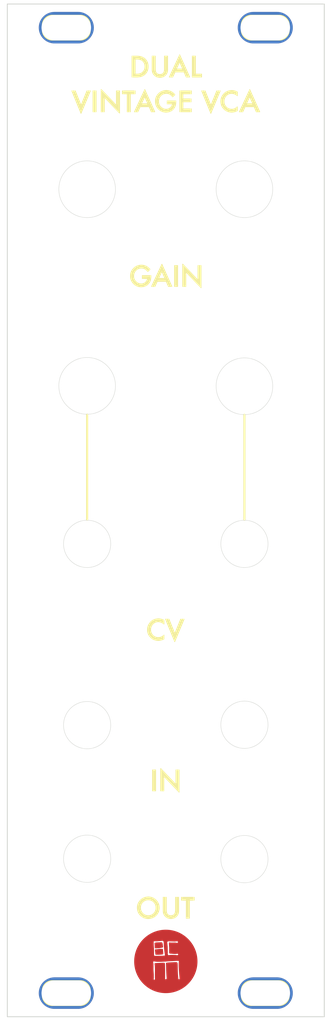
<source format=kicad_pcb>
(kicad_pcb (version 20221018) (generator pcbnew)
  (title_block (comment 2 "creativecommons.org/licenses/by/4.0") (comment 3 "License: CC BY 4.0") (comment 4 "Author: Guy John"))
  (layers (0 "F.Cu" signal) (31 "B.Cu" signal) (36 "B.SilkS" user "B.Silkscreen") (37 "F.SilkS" user "F.Silkscreen") (38 "B.Mask" user) (39 "F.Mask" user) (44 "Edge.Cuts" user))
  (net 0 "")
  (footprint "Panel_Hardware:PanelHole_3.2mm_M3_elongated" (layer "F.Cu") (at 103.65 44)
    (fp_text reference "REF**" hide)
    (fp_text value "PanelHole_3.2mm_M3_elongated" hide)
    (pad "" thru_hole oval (at 0 0) (size 7 4) (drill oval 6.3 3.2) (layers "*.Cu" "*.Mask"))
  )
  (footprint "BCM_Graphics:BCM_Logo_tiny_Copper_8mmx8mm" (layer "F.Cu") (at 91 162.5)
    (fp_text reference "REF**" hide)
    (fp_text value "BCM_Logo_tiny_Copper_8mmx8mm" hide)
    (fp_poly (pts (xy -0.422344 -1.589057) (xy -0.405435 -1.580031) (xy -0.395298 -1.564257) (xy -0.390784 -1.490984) (xy -0.367109 -1.338825) (xy -0.352449 -1.195683) (xy -0.342312 -1.035619) (xy -0.344568 -0.983781) (xy -0.356967 -0.964616) (xy -0.389649 -0.94433) (xy -0.440378 -0.925165) (xy -0.542947 -0.913883) (xy -0.875458 -0.89134) (xy -1.241775 -0.887971) (xy -1.28574 -0.900368) (xy -1.298137 -0.925165) (xy -1.300379 -0.967993) (xy -1.302636 -1.048017) (xy -1.318424 -1.142697) (xy -1.342087 -1.324167) (xy -1.33983 -1.424493) (xy -1.346601 -1.509031) (xy -1.338718 -1.530437) (xy -1.303779 -1.532693) (xy -1.200076 -1.537205) (xy -1.132448 -1.541719) (xy -1.012974 -1.558627) (xy -0.786419 -1.585667) (xy -0.547465 -1.590179)) (stroke (width 0.0533)) (fill solid) (layer "F.Cu"))
    (fp_poly (pts (xy -0.508 -2.413) (xy -0.483202 -2.396092) (xy -0.465172 -2.372429) (xy -0.444884 -2.334099) (xy -0.430229 -2.267608) (xy -0.417834 -2.204478) (xy -0.402044 -2.124454) (xy -0.38176 -1.901276) (xy -0.379503 -1.858448) (xy -0.388527 -1.832528) (xy -0.404305 -1.811106) (xy -0.432489 -1.798709) (xy -0.515893 -1.780681) (xy -0.692853 -1.750251) (xy -0.891232 -1.726574) (xy -1.113277 -1.714178) (xy -1.173016 -1.70291) (xy -1.281228 -1.698398) (xy -1.328568 -1.704026) (xy -1.358997 -1.724311) (xy -1.372521 -1.743475) (xy -1.383803 -1.83702) (xy -1.384931 -1.942976) (xy -1.405231 -2.339737) (xy -1.396206 -2.351003) (xy -1.387182 -2.357774) (xy -1.368031 -2.366785) (xy -1.330833 -2.376925) (xy -1.276729 -2.390462) (xy -1.195566 -2.40624) (xy -1.002834 -2.414121) (xy -0.861937 -2.416379) (xy -0.549722 -2.424277)) (stroke (width 0.0533)) (fill solid) (layer "F.Cu"))
    (fp_poly (pts (xy 0.210167 -4.012748) (xy 0.413178 -3.99731) (xy 0.613236 -3.971889) (xy 0.810092 -3.936734) (xy 1.003494 -3.892097) (xy 1.19319 -3.838229) (xy 1.378931 -3.775381) (xy 1.560463 -3.703805) (xy 1.737537 -3.623751) (xy 1.909901 -3.535471) (xy 2.077305 -3.439216) (xy 2.239495 -3.335238) (xy 2.396223 -3.223786) (xy 2.547236 -3.105113) (xy 2.692283 -2.97947) (xy 2.831114 -2.847107) (xy 2.963476 -2.708276) (xy 3.089119 -2.563229) (xy 3.207792 -2.412216) (xy 3.319243 -2.255488) (xy 3.423222 -2.093297) (xy 3.519477 -1.925893) (xy 3.607756 -1.753529) (xy 3.68781 -1.576455) (xy 3.759386 -1.394922) (xy 3.822233 -1.209182) (xy 3.876101 -1.019485) (xy 3.920738 -0.826083) (xy 3.955892 -0.629227) (xy 3.981314 -0.429169) (xy 3.996751 -0.226158) (xy 4.001952 -0.020447) (xy 3.996751 0.185263) (xy 3.981314 0.388274) (xy 3.955892 0.588332) (xy 3.920738 0.785188) (xy 3.876101 0.97859) (xy 3.822233 1.168287) (xy 3.759386 1.354027) (xy 3.68781 1.53556) (xy 3.607756 1.712634) (xy 3.519477 1.884998) (xy 3.423222 2.052401) (xy 3.319243 2.214592) (xy 3.207792 2.37132) (xy 3.089119 2.522333) (xy 2.963476 2.667381) (xy 2.831113 2.806211) (xy 2.692283 2.938574) (xy 2.547235 3.064217) (xy 2.396222 3.18289) (xy 2.239494 3.294341) (xy 2.077303 3.39832) (xy 1.9099 3.494575) (xy 1.737536 3.582855) (xy 1.560462 3.662908) (xy 1.378929 3.734485) (xy 1.193188 3.797332) (xy 1.003491 3.8512) (xy 0.810089 3.895837) (xy 0.613233 3.930992) (xy 0.413174 3.956414) (xy 0.210164 3.971851) (xy 0.004452 3.977053) (xy -0.201258 3.971851) (xy -0.404269 3.956414) (xy -0.604327 3.930992) (xy -0.801183 3.895838) (xy -0.994585 3.851201) (xy -1.184282 3.797333) (xy -1.370022 3.734485) (xy -1.551555 3.662909) (xy -1.728629 3.582856) (xy -1.900993 3.494576) (xy -2.068397 3.398321) (xy -2.230588 3.294342) (xy -2.387316 3.182891) (xy -2.538329 3.064218) (xy -2.683376 2.938575) (xy -2.822207 2.806212) (xy -2.95457 2.667381) (xy -3.080213 2.522334) (xy -3.198886 2.371321) (xy -3.310337 2.214593) (xy -3.414316 2.052402) (xy -3.510571 1.884998) (xy -3.598851 1.712634) (xy -3.678904 1.53556) (xy -3.75048 1.354027) (xy -3.813328 1.168287) (xy -3.867196 0.97859) (xy -3.911833 0.785188) (xy -3.946987 0.588332) (xy -3.972409 0.388274) (xy -3.987846 0.185263) (xy -3.98976 0.109558) (xy -1.62725 0.109558) (xy -1.623865 0.133218) (xy -1.612599 0.170416) (xy -1.6002 0.234666) (xy -1.586677 0.305683) (xy -1.587803 0.417271) (xy -1.586677 0.682143) (xy -1.592303 0.940262) (xy -1.587791 1.128486) (xy -1.561871 1.467764) (xy -1.550591 1.646979) (xy -1.550591 1.854367) (xy -1.549463 2.07529) (xy -1.561859 2.181248) (xy -1.560733 2.244363) (xy -1.550593 2.279305) (xy -1.539311 2.300725) (xy -1.523533 2.32101) (xy -1.508879 2.334535) (xy -1.486337 2.339047) (xy -1.466051 2.340175) (xy -1.438997 2.335664) (xy -1.415336 2.323265) (xy -1.397291 2.307479) (xy -1.380395 2.290579) (xy -1.357855 2.247737) (xy -1.349958 2.198144) (xy -1.355598 1.941157) (xy -1.357855 1.636833) (xy -1.356726 1.188221) (xy -1.354469 0.925604) (xy -1.36124 0.748644) (xy -1.372506 0.57506) (xy -1.399558 0.325963) (xy -1.405199 0.288767) (xy -1.399558 0.25946) (xy -1.390547 0.240294) (xy -1.373639 0.227898) (xy -1.346585 0.218887) (xy -1.26994 0.215501) (xy -1.123409 0.207604) (xy -0.894599 0.196336) (xy -0.427968 0.172661) (xy -0.254386 0.167033) (xy -0.204788 0.172661) (xy -0.173228 0.187315) (xy -0.155197 0.210992) (xy -0.145055 0.244796) (xy -0.127025 0.381183) (xy -0.120258 0.657333) (xy -0.113487 1.04733) (xy -0.110116 1.305449) (xy -0.105607 1.763069) (xy -0.107863 2.18236) (xy -0.090951 2.218436) (xy -0.0763 2.25224) (xy -0.037981 2.280415) (xy -0.008674 2.287183) (xy 0.030779 2.279302) (xy 0.069097 2.253385) (xy 0.09727 2.230842) (xy 0.116435 2.202654) (xy 0.128833 2.155316) (xy 0.13109 2.066268) (xy 0.122063 1.936648) (xy 0.111925 1.82056) (xy 0.096151 1.552297) (xy 0.073611 1.066501) (xy 0.062326 0.590836) (xy 0.053315 0.254946) (xy 0.065714 0.194085) (xy 0.081488 0.169288) (xy 0.122063 0.159148) (xy 0.188566 0.147868) (xy 0.27536 0.141111) (xy 0.453439 0.130974) (xy 0.738612 0.116318) (xy 1.125232 0.10053) (xy 1.359672 0.099404) (xy 1.39799 0.103915) (xy 1.420531 0.112927) (xy 1.436321 0.13097) (xy 1.453217 0.159144) (xy 1.467872 0.194083) (xy 1.476896 0.247055) (xy 1.485907 0.300027) (xy 1.492678 0.444301) (xy 1.497192 0.709189) (xy 1.501705 1.134126) (xy 1.507333 1.331372) (xy 1.518614 1.598499) (xy 1.534383 1.790113) (xy 1.554671 1.982863) (xy 1.565951 2.105715) (xy 1.582848 2.185741) (xy 1.594128 2.221817) (xy 1.611036 2.247735) (xy 1.624561 2.268022) (xy 1.649359 2.28381) (xy 1.666267 2.289436) (xy 1.693321 2.289436) (xy 1.713609 2.287179) (xy 1.730517 2.271405) (xy 1.747426 2.259009) (xy 1.766579 2.228579) (xy 1.771093 2.192504) (xy 1.77446 2.131645) (xy 1.769962 2.032454) (xy 1.732766 1.632315) (xy 1.706834 1.27614) (xy 1.675282 0.848949) (xy 1.660627 0.56942) (xy 1.660627 0.197458) (xy 1.662884 0.165909) (xy 1.675278 0.098267) (xy 1.686547 0.04304) (xy 1.692171 -0.012186) (xy 1.692171 -0.048262) (xy 1.67865 -0.077557) (xy 1.663994 -0.096722) (xy 1.631308 -0.1125) (xy 1.590732 -0.122638) (xy 1.449858 -0.121521) (xy 1.250357 -0.111382) (xy 0.826542 -0.08545) (xy 0.384708 -0.057277) (xy -0.02895 -0.029103) (xy -0.58915 0.002461) (xy -1.034373 0.002461) (xy -1.149337 -0.00091) (xy -1.309387 -0.02121) (xy -1.46155 -0.048262) (xy -1.475087 -0.056145) (xy -1.511146 -0.056145) (xy -1.548344 -0.049374) (xy -1.575397 -0.038094) (xy -1.604706 -0.017808) (xy -1.620479 0.005854) (xy -1.62725 0.046442) (xy -1.62725 0.109558) (xy -3.98976 0.109558) (xy -3.993048 -0.020447) (xy -3.987846 -0.226158) (xy -3.972409 -0.429169) (xy -3.946987 -0.629227) (xy -3.911833 -0.826083) (xy -3.867196 -1.019485) (xy -3.813328 -1.209182) (xy -3.75048 -1.394922) (xy -3.678904 -1.576455) (xy -3.59885 -1.753529) (xy -3.51057 -1.925894) (xy -3.414315 -2.093297) (xy -3.310337 -2.255488) (xy -3.198885 -2.412216) (xy -3.122987 -2.508798) (xy -1.575411 -2.508798) (xy -1.574284 -2.476114) (xy -1.561888 -2.43442) (xy -1.559631 -2.230406) (xy -1.551734 -1.999339) (xy -1.535956 -1.779538) (xy -1.52693 -1.573269) (xy -1.524688 -1.267824) (xy -1.521304 -0.926288) (xy -1.516791 -0.82711) (xy -1.50891 -0.792171) (xy -1.494252 -0.765117) (xy -1.481856 -0.743695) (xy -1.462705 -0.724532) (xy -1.426629 -0.705381) (xy -1.397322 -0.69861) (xy -1.284612 -0.703124) (xy -1.166269 -0.700865) (xy -0.890122 -0.709878) (xy -0.570005 -0.716647) (xy -0.245509 -0.724152) (xy -0.173777 -0.727338) (xy -0.132335 -0.741684) (xy -0.100462 -0.764001) (xy -0.086116 -0.792694) (xy -0.082932 -0.837315) (xy -0.097278 -0.905866) (xy -0.122787 -1.066855) (xy -0.156258 -1.339433) (xy -0.196106 -1.737944) (xy -0.227991 -2.037619) (xy -0.232773 -2.219341) (xy -0.242333 -2.356428) (xy -0.240739 -2.448881) (xy -0.245404 -2.487154) (xy 0.159356 -2.487154) (xy 0.168933 -2.401077) (xy 0.192836 -2.146039) (xy 0.215152 -1.881434) (xy 0.219947 -1.602482) (xy 0.224729 -1.392067) (xy 0.231101 -1.130654) (xy 0.219947 -1.097171) (xy 0.227917 -0.956902) (xy 0.242263 -0.893144) (xy 0.258192 -0.84691) (xy 0.274136 -0.813441) (xy 0.306022 -0.794302) (xy 0.403251 -0.792724) (xy 0.613666 -0.821415) (xy 0.709297 -0.824589) (xy 1.25605 -0.811843) (xy 1.429802 -0.781554) (xy 1.49038 -0.783148) (xy 1.523851 -0.794302) (xy 1.549348 -0.811843) (xy 1.573271 -0.830966) (xy 1.5924 -0.856476) (xy 1.603566 -0.878795) (xy 1.611532 -0.909072) (xy 1.606738 -0.947334) (xy 1.59081 -0.976027) (xy 1.568493 -0.996745) (xy 1.5398 -1.012688) (xy 1.507915 -1.02225) (xy 1.42343 -1.02225) (xy 1.268807 -0.993559) (xy 1.042459 -0.995139) (xy 0.706121 -1.027024) (xy 0.55469 -1.03021) (xy 0.518023 -1.041367) (xy 0.487736 -1.060489) (xy 0.465415 -1.111499) (xy 0.455855 -1.14976) (xy 0.452667 -1.466975) (xy 0.462243 -1.522761) (xy 0.457461 -1.782588) (xy 0.427174 -2.1253) (xy 0.417597 -2.254414) (xy 0.416003 -2.321368) (xy 0.417597 -2.348463) (xy 0.42397 -2.375558) (xy 0.443106 -2.394681) (xy 0.468607 -2.404243) (xy 0.518019 -2.407429) (xy 0.541934 -2.401041) (xy 0.616846 -2.389884) (xy 1.2449 -2.39148) (xy 1.275187 -2.383512) (xy 1.338945 -2.367566) (xy 1.364446 -2.358005) (xy 1.394733 -2.350051) (xy 1.477616 -2.354833) (xy 1.495158 -2.362802) (xy 1.55254 -2.410617) (xy 1.571669 -2.440906) (xy 1.584413 -2.47917) (xy 1.582835 -2.504669) (xy 1.573259 -2.536554) (xy 1.550942 -2.557274) (xy 1.527027 -2.573203) (xy 1.469641 -2.592342) (xy 1.305458 -2.592342) (xy 1.161997 -2.565245) (xy 0.408025 -2.590743) (xy 0.307603 -2.603492) (xy 0.250209 -2.57962) (xy 0.213562 -2.552511) (xy 0.186451 -2.538164) (xy 0.165733 -2.512665) (xy 0.159356 -2.487154) (xy -0.245404 -2.487154) (xy -0.248706 -2.514237) (xy -0.26783 -2.571623) (xy -0.294937 -2.611466) (xy -0.322032 -2.635381) (xy -0.363473 -2.657698) (xy -0.400137 -2.665666) (xy -0.473467 -2.665666) (xy -0.55317 -2.654504) (xy -0.932545 -2.613062) (xy -1.020206 -2.601896) (xy -1.127018 -2.590739) (xy -1.182804 -2.593927) (xy -1.291199 -2.592331) (xy -1.326269 -2.6003) (xy -1.401177 -2.605082) (xy -1.463355 -2.608268) (xy -1.515947 -2.598708) (xy -1.523563 -2.591093) (xy -1.546106 -2.573048) (xy -1.563014 -2.556152) (xy -1.575411 -2.508798) (xy -3.122987 -2.508798) (xy -3.080212 -2.563229) (xy -2.954568 -2.708277) (xy -2.822206 -2.847108) (xy -2.683375 -2.97947) (xy -2.538327 -3.105114) (xy -2.387314 -3.223787) (xy -2.230586 -3.335239) (xy -2.068395 -3.439217) (xy -1.900991 -3.535472) (xy -1.728627 -3.623752) (xy -1.551552 -3.703806) (xy -1.370019 -3.775382) (xy -1.184279 -3.83823) (xy -0.994582 -3.892097) (xy -0.80118 -3.936734) (xy -0.604324 -3.971889) (xy -0.404265 -3.997311) (xy -0.201255 -4.012748) (xy 0.004456 -4.017949)) (stroke (width 0.0533)) (fill solid) (layer "F.Cu"))
  )
  (footprint "Panel_Hardware:PanelHole_3.2mm_M3_elongated" (layer "F.Cu") (at 78.35 44)
    (fp_text reference "REF**" hide)
    (fp_text value "PanelHole_3.2mm_M3_elongated" hide)
    (pad "" thru_hole oval (at 0 0) (size 7 4) (drill oval 6.3 3.2) (layers "*.Cu" "*.Mask"))
  )
  (footprint "Panel_Hardware:PanelHole_3.2mm_M3_elongated" (layer "F.Cu") (at 78.35 166.5)
    (fp_text reference "REF**" hide)
    (fp_text value "PanelHole_3.2mm_M3_elongated" hide)
    (pad "" thru_hole oval (at 0 0) (size 7 4) (drill oval 6.3 3.2) (layers "*.Cu" "*.Mask"))
  )
  (footprint "Panel_Hardware:PanelHole_3.2mm_M3_elongated" (layer "F.Cu") (at 103.65 166.5)
    (fp_text reference "REF**" hide)
    (fp_text value "PanelHole_3.2mm_M3_elongated" hide)
    (pad "" thru_hole oval (at 0 0) (size 7 4) (drill oval 6.3 3.2) (layers "*.Cu" "*.Mask"))
  )
  (gr_line (start 106.2754 167.646557) (end 106.311086 167.609143) (stroke (width 0.264582)) (layer "F.SilkS"))
  (gr_line (start 100.673638 166.875698) (end 100.691996 167.000122) (stroke (width 0.264582)) (layer "F.SilkS"))
  (gr_poly (pts (xy 99.448976 51.967344) (xy 99.49348 51.969625) (xy 99.537795 51.973426) (xy 99.581922 51.978749) (xy 99.62586 51.985592) (xy 99.66961 51.993956) (xy 99.713171 52.003841) (xy 99.756544 52.015246) (xy 99.799729 52.028172) (xy 99.842725 52.042618) (xy 99.885532 52.058586) (xy 99.928151 52.076074) (xy 99.970582 52.095082) (xy 100.012824 52.115612) (xy 100.054878 52.137661) (xy 100.096743 52.161232) (xy 100.096743 52.63665) (xy 100.053154 52.601399) (xy 100.009377 52.568421) (xy 99.965411 52.537718) (xy 99.921258 52.50929) (xy 99.876916 52.483135) (xy 99.832385 52.459255) (xy 99.787667 52.437649) (xy 99.74276 52.418317) (xy 99.697665 52.40126) (xy 99.652381 52.386477) (xy 99.606909 52.373968) (xy 99.561249 52.363734) (xy 99.515401 52.355774) (xy 99.469364 52.350088) (xy 99.423139 52.346676) (xy 99.376726 52.345539) (xy 99.325986 52.34669) (xy 99.276254 52.350142) (xy 99.227532 52.355895) (xy 99.179819 52.363949) (xy 99.133115 52.374305) (xy 99.087421 52.386961) (xy 99.042736 52.401919) (xy 98.99906 52.419178) (xy 98.956393 52.438739) (xy 98.914735 52.4606) (xy 98.874087 52.484763) (xy 98.834448 52.511227) (xy 98.795818 52.539992) (xy 98.758197 52.571059) (xy 98.721586 52.604426) (xy 98.685984 52.640095) (xy 98.651775 52.67721) (xy 98.619773 52.715348) (xy 98.589978 52.754509) (xy 98.562391 52.794693) (xy 98.53701 52.835899) (xy 98.513836 52.878129) (xy 98.492869 52.921381) (xy 98.474109 52.965656) (xy 98.457556 53.010953) (xy 98.44321 53.057274) (xy 98.431071 53.104617) (xy 98.421139 53.152983) (xy 98.413414 53.202372) (xy 98.407897 53.252783) (xy 98.404586 53.304217) (xy 98.403483 53.356674) (xy 98.404586 53.408485) (xy 98.407897 53.459273) (xy 98.413414 53.509039) (xy 98.421139 53.557781) (xy 98.431071 53.605501) (xy 98.44321 53.652198) (xy 98.457556 53.697872) (xy 98.474109 53.742524) (xy 98.492869 53.786152) (xy 98.513836 53.828758) (xy 98.53701 53.870341) (xy 98.562391 53.910902) (xy 98.589978 53.950439) (xy 98.619773 53.988954) (xy 98.651775 54.026446) (xy 98.685984 54.062916) (xy 98.721794 54.09775) (xy 98.7586 54.130337) (xy 98.796401 54.160677) (xy 98.835199 54.188769) (xy 98.874992 54.214614) (xy 98.915781 54.238212) (xy 98.957566 54.259562) (xy 99.000347 54.278665) (xy 99.044124 54.295521) (xy 99.088896 54.310129) (xy 99.134664 54.322489) (xy 99.181429 54.332603) (xy 99.229188 54.340469) (xy 99.277944 54.346087) (xy 99.327696 54.349458) (xy 99.378443 54.350582) (xy 99.40468 54.350313) (xy 99.430418 54.349506) (xy 99.455659 54.34816) (xy 99.480401 54.346276) (xy 99.504645 54.343853) (xy 99.528391 54.340893) (xy 99.551639 54.337394) (xy 99.574389 54.333356) (xy 99.59664 54.328781) (xy 99.618393 54.323667) (xy 99.639648 54.318015) (xy 99.660405 54.311825) (xy 99.680664 54.305096) (xy 99.700425 54.297829) (xy 99.719687 54.290024) (xy 99.738451 54.281681) (xy 99.759208 54.272691) (xy 99.780125 54.262948) (xy 99.801202 54.252451) (xy 99.822439 54.2412) (xy 99.843837 54.229196) (xy 99.865395 54.216437) (xy 99.887113 54.202925) (xy 99.908991 54.18866) (xy 99.931524 54.17364) (xy 99.954324 54.157868) (xy 99.977392 54.141342) (xy 100.000727 54.124063) (xy 100.02433 54.106031) (xy 100.0482 54.087245) (xy 100.072337 54.067706) (xy 100.096743 54.047413) (xy 100.096743 54.531448) (xy 100.053545 54.555019) (xy 100.010079 54.577069) (xy 99.966344 54.597598) (xy 99.922339 54.616607) (xy 99.878065 54.634095) (xy 99.833522 54.650062) (xy 99.78871 54.664509) (xy 99.743629 54.677434) (xy 99.698278 54.68884) (xy 99.652658 54.698724) (xy 99.606769 54.707088) (xy 99.560611 54.713931) (xy 99.514183 54.719254) (xy 99.467487 54.723056) (xy 99.420521 54.725337) (xy 99.373285 54.726097) (xy 99.302667 54.724543) (xy 99.233354 54.71988) (xy 99.165347 54.712108) (xy 99.098644 54.701228) (xy 99.033248 54.687239) (xy 98.969156 54.670141) (xy 98.90637 54.649935) (xy 98.84489 54.62662) (xy 98.784715 54.600196) (xy 98.725845 54.570664) (xy 98.668281 54.538023) (xy 98.612022 54.502274) (xy 98.557069 54.463416) (xy 98.503421 54.421449) (xy 98.451078 54.376374) (xy 98.400042 54.32819) (xy 98.35144 54.277375) (xy 98.305974 54.225268) (xy 98.263644 54.17187) (xy 98.224449 54.117179) (xy 98.18839 54.061197) (xy 98.155467 54.003923) (xy 98.125679 53.945356) (xy 98.099027 53.885498) (xy 98.07551 53.824348) (xy 98.055129 53.761906) (xy 98.037884 53.698172) (xy 98.023774 53.633146) (xy 98.0128 53.566828) (xy 98.004961 53.499218) (xy 98.000258 53.430316) (xy 97.99869 53.360123) (xy 98.000002 53.297034) (xy 98.003938 53.234807) (xy 98.010498 53.173441) (xy 98.019683 53.112937) (xy 98.031491 53.053294) (xy 98.045924 52.994512) (xy 98.062981 52.936591) (xy 98.082662 52.879531) (xy 98.104967 52.823333) (xy 98.129896 52.767996) (xy 98.15745 52.713521) (xy 98.187628 52.659907) (xy 98.22043 52.607154) (xy 98.255856 52.555262) (xy 98.293907 52.504232) (xy 98.334581 52.454063) (xy 98.387206 52.395033) (xy 98.441728 52.339811) (xy 98.498148 52.288397) (xy 98.556465 52.240791) (xy 98.61668 52.196994) (xy 98.678793 52.157006) (xy 98.742803 52.120826) (xy 98.80871 52.088454) (xy 98.876515 52.05989) (xy 98.946218 52.035135) (xy 99.017818 52.014189) (xy 99.091316 51.997051) (xy 99.166712 51.983721) (xy 99.244005 51.9742) (xy 99.323195 51.968487) (xy 99.404284 51.966583)) (stroke (width 0.1)) (fill solid) (layer "F.SilkS"))
  (gr_poly (pts (xy 91.107737 51.967077) (xy 91.146226 51.968571) (xy 91.184391 51.971061) (xy 91.222234 51.974546) (xy 91.259753 51.979027) (xy 91.29695 51.984504) (xy 91.333823 51.990977) (xy 91.370374 51.998446) (xy 91.406601 52.006911) (xy 91.442506 52.016371) (xy 91.478087 52.026827) (xy 91.513345 52.03828) (xy 91.548281 52.050728) (xy 91.582893 52.064172) (xy 91.617182 52.078612) (xy 91.651148 52.094048) (xy 91.683411 52.1106) (xy 91.715607 52.128391) (xy 91.747736 52.14742) (xy 91.779798 52.167687) (xy 91.811793 52.189192) (xy 91.84372 52.211935) (xy 91.87558 52.235916) (xy 91.907374 52.261135) (xy 91.939099 52.287592) (xy 91.970758 52.315287) (xy 92.002349 52.34422) (xy 92.033873 52.374391) (xy 92.06533 52.405801) (xy 92.09672 52.438448) (xy 92.128042 52.472334) (xy 92.159296 52.507458) (xy 91.873354 52.781342) (xy 91.831886 52.728569) (xy 91.7893 52.6792) (xy 91.745598 52.633237) (xy 91.700779 52.590678) (xy 91.654842 52.551524) (xy 91.607789 52.515774) (xy 91.559618 52.48343) (xy 91.51033 52.45449) (xy 91.459926 52.428954) (xy 91.408404 52.406824) (xy 91.355765 52.388098) (xy 91.302009 52.372777) (xy 91.247136 52.36086) (xy 91.191146 52.352349) (xy 91.134039 52.347241) (xy 91.075815 52.345539) (xy 91.023594 52.346676) (xy 90.972436 52.350088) (xy 90.922341 52.355774) (xy 90.873309 52.363734) (xy 90.825341 52.373968) (xy 90.778435 52.386477) (xy 90.732593 52.40126) (xy 90.687814 52.418317) (xy 90.644098 52.437649) (xy 90.601445 52.459255) (xy 90.559855 52.483135) (xy 90.519329 52.50929) (xy 90.479865 52.537718) (xy 90.441465 52.568421) (xy 90.404128 52.601399) (xy 90.367853 52.63665) (xy 90.333227 52.672958) (xy 90.300836 52.710397) (xy 90.270678 52.748965) (xy 90.242754 52.788665) (xy 90.217064 52.829495) (xy 90.193607 52.871455) (xy 90.172385 52.914545) (xy 90.153397 52.958766) (xy 90.136642 53.004118) (xy 90.122122 53.0506) (xy 90.109835 53.098212) (xy 90.099783 53.146955) (xy 90.091964 53.196828) (xy 90.086379 53.247831) (xy 90.083028 53.299965) (xy 90.081911 53.35323) (xy 90.083156 53.408169) (xy 90.08689 53.461884) (xy 90.093115 53.514374) (xy 90.101828 53.56564) (xy 90.113032 53.615682) (xy 90.126724 53.664498) (xy 90.142907 53.712091) (xy 90.161579 53.758458) (xy 90.182741 53.803601) (xy 90.206392 53.847519) (xy 90.232534 53.890213) (xy 90.261164 53.931682) (xy 90.292285 53.971927) (xy 90.325895 54.010946) (xy 90.361994 54.048741) (xy 90.400583 54.085312) (xy 90.438028 54.117643) (xy 90.475863 54.147889) (xy 90.514088 54.176049) (xy 90.552704 54.202123) (xy 90.59171 54.22611) (xy 90.631107 54.248012) (xy 90.670894 54.267828) (xy 90.711071 54.285558) (xy 90.751639 54.301202) (xy 90.792597 54.314761) (xy 90.833945 54.326233) (xy 90.875684 54.335619) (xy 90.917813 54.34292) (xy 90.960332 54.348135) (xy 91.003242 54.351263) (xy 91.046541 54.352306) (xy 91.08334 54.351526) (xy 91.119668 54.349184) (xy 91.155525 54.345282) (xy 91.190911 54.339818) (xy 91.225826 54.332793) (xy 91.26027 54.324208) (xy 91.294243 54.314061) (xy 91.327745 54.302353) (xy 91.360775 54.289084) (xy 91.393335 54.274254) (xy 91.425423 54.257863) (xy 91.457041 54.239911) (xy 91.488187 54.220398) (xy 91.518862 54.199324) (xy 91.549066 54.176689) (xy 91.578798 54.152493) (xy 91.607483 54.126991) (xy 91.634539 54.10087) (xy 91.659967 54.074131) (xy 91.683766 54.046772) (xy 91.705938 54.018794) (xy 91.72648 53.990197) (xy 91.745395 53.960982) (xy 91.762681 53.931147) (xy 91.778339 53.900693) (xy 91.792368 53.86962) (xy 91.804769 53.837928) (xy 91.815542 53.805616) (xy 91.824686 53.772686) (xy 91.832202 53.739137) (xy 91.838089 53.704969) (xy 91.842348 53.670181) (xy 91.179171 53.670181) (xy 91.17914 53.292938) (xy 92.278132 53.292938) (xy 92.278132 53.380787) (xy 92.277028 53.454642) (xy 92.273719 53.526343) (xy 92.268202 53.595891) (xy 92.26048 53.663285) (xy 92.250551 53.728526) (xy 92.238417 53.791614) (xy 92.224076 53.852549) (xy 92.207529 53.911331) (xy 92.198546 53.937923) (xy 92.188823 53.9643) (xy 92.17836 53.990461) (xy 92.167157 54.016407) (xy 92.155214 54.042138) (xy 92.142531 54.067653) (xy 92.129108 54.092953) (xy 92.114945 54.118038) (xy 92.100041 54.142907) (xy 92.084398 54.167561) (xy 92.068014 54.191999) (xy 92.05089 54.216223) (xy 92.033026 54.240231) (xy 92.014422 54.264023) (xy 91.995078 54.287601) (xy 91.974993 54.310963) (xy 91.927911 54.361441) (xy 91.879256 54.408663) (xy 91.829025 54.452629) (xy 91.77722 54.493337) (xy 91.723841 54.530789) (xy 91.668888 54.564984) (xy 91.61236 54.595923) (xy 91.554257 54.623604) (xy 91.494581 54.648029) (xy 91.43333 54.669198) (xy 91.370504 54.687109) (xy 91.306105 54.701764) (xy 91.240131 54.713163) (xy 91.172582 54.721304) (xy 91.10346 54.726189) (xy 91.032763 54.727818) (xy 90.963625 54.726243) (xy 90.895739 54.72152) (xy 90.829105 54.713647) (xy 90.763722 54.702625) (xy 90.699591 54.688455) (xy 90.636711 54.671135) (xy 90.575083 54.650667) (xy 90.514706 54.627049) (xy 90.45558 54.600282) (xy 90.397707 54.570366) (xy 90.341084 54.537302) (xy 90.285714 54.501088) (xy 90.231595 54.461725) (xy 90.178727 54.419213) (xy 90.127111 54.373552) (xy 90.076746 54.324741) (xy 90.028562 54.273509) (xy 89.983486 54.221012) (xy 89.941518 54.16725) (xy 89.90266 54.112223) (xy 89.86691 54.055931) (xy 89.834269 53.998374) (xy 89.804737 53.939551) (xy 89.778313 53.879464) (xy 89.754998 53.818112) (xy 89.734791 53.755494) (xy 89.717694 53.691612) (xy 89.703704 53.626465) (xy 89.692824 53.560052) (xy 89.685052 53.492375) (xy 89.680389 53.423433) (xy 89.678835 53.353226) (xy 89.680416 53.281565) (xy 89.68516 53.211278) (xy 89.693066 53.142363) (xy 89.704135 53.07482) (xy 89.718366 53.00865) (xy 89.73576 52.943853) (xy 89.756316 52.880429) (xy 89.780035 52.818377) (xy 89.806916 52.757698) (xy 89.83696 52.698391) (xy 89.870166 52.640457) (xy 89.906535 52.583896) (xy 89.946067 52.528707) (xy 89.98876 52.474891) (xy 90.034617 52.422447) (xy 90.083635 52.371376) (xy 90.134922 52.322358) (xy 90.187581 52.276502) (xy 90.241612 52.233809) (xy 90.297016 52.194278) (xy 90.353793 52.15791) (xy 90.411942 52.124704) (xy 90.471464 52.09466) (xy 90.532358 52.067779) (xy 90.594625 52.04406) (xy 90.658265 52.023504) (xy 90.723277 52.006111) (xy 90.789662 51.991879) (xy 90.857419 51.980811) (xy 90.926549 51.972904) (xy 90.997051 51.968161) (xy 91.068926 51.966579)) (stroke (width 0.1)) (fill solid) (layer "F.SilkS"))
  (gr_line (start 80.287144 167.989158) (end 80.33992 167.980786) (stroke (width 0.264582)) (layer "F.SilkS"))
  (gr_line (start 75.56277 167.44454) (end 75.591695 167.487835) (stroke (width 0.264582)) (layer "F.SilkS"))
  (gr_line (start 106.408297 43.012383) (end 106.377595 42.970485) (stroke (width 0.264582)) (layer "F.SilkS"))
  (gr_line (start 105.939148 45.384402) (end 105.985573 45.361104) (stroke (width 0.264582)) (layer "F.SilkS"))
  (gr_line (start 101.875033 168) (end 105.424952 168) (stroke (width 0.264582)) (layer "F.SilkS"))
  (gr_line (start 75.654823 165.430039) (end 75.622402 165.470492) (stroke (width 0.264582)) (layer "F.SilkS"))
  (gr_line (start 106.489507 44.853945) (end 106.512752 44.806754) (stroke (width 0.264582)) (layer "F.SilkS"))
  (gr_line (start 76.206382 42.558021) (end 76.156886 42.575216) (stroke (width 0.264582)) (layer "F.SilkS"))
  (gr_line (start 100.988905 167.609143) (end 101.024592 167.646557) (stroke (width 0.264582)) (layer "F.SilkS"))
  (gr_line (start 101.408352 167.905717) (end 101.456882 167.924995) (stroke (width 0.264582)) (layer "F.SilkS"))
  (gr_line (start 81.212756 44.806754) (end 81.233991 44.758361) (stroke (width 0.264582)) (layer "F.SilkS"))
  (gr_line (start 101.712852 165.011056) (end 101.660076 165.019428) (stroke (width 0.264582)) (layer "F.SilkS"))
  (gr_line (start 106.607988 167.000122) (end 106.626346 166.875697) (stroke (width 0.264582)) (layer "F.SilkS"))
  (gr_line (start 106.626346 43.624529) (end 106.607988 43.500107) (stroke (width 0.264582)) (layer "F.SilkS"))
  (gr_line (start 81.108298 167.487835) (end 81.137223 167.44454) (stroke (width 0.264582)) (layer "F.SilkS"))
  (gr_line (start 101.660076 42.519424) (end 101.608032 42.530076) (stroke (width 0.264582)) (layer "F.SilkS"))
  (gr_line (start 76.30803 167.970135) (end 76.360073 167.980786) (stroke (width 0.264582)) (layer "F.SilkS"))
  (gr_line (start 80.639152 45.384402) (end 80.685578 45.361104) (stroke (width 0.264582)) (layer "F.SilkS"))
  (gr_line (start 101.100543 167.716557) (end 101.140692 167.749045) (stroke (width 0.264582)) (layer "F.SilkS"))
  (gr_line (start 106.345173 165.430039) (end 106.31109 165.39108) (stroke (width 0.264582)) (layer "F.SilkS"))
  (gr_line (start 76.156886 165.075221) (end 76.108356 165.0945) (stroke (width 0.264582)) (layer "F.SilkS"))
  (gr_line (start 75.510489 43.146264) (end 75.487245 43.193456) (stroke (width 0.264582)) (layer "F.SilkS"))
  (gr_line (start 101.820374 45.498867) (end 101.875002 45.500107) (stroke (width 0.264582)) (layer "F.SilkS"))
  (gr_line (start 81.253159 165.791398) (end 81.233991 165.741855) (stroke (width 0.264582)) (layer "F.SilkS"))
  (gr_line (start 80.730864 165.164346) (end 80.685578 165.139111) (stroke (width 0.264582)) (layer "F.SilkS"))
  (gr_line (start 80.639152 165.115813) (end 80.591645 165.0945) (stroke (width 0.264582)) (layer "F.SilkS"))
  (gr_line (start 105.743212 45.457252) (end 105.793615 45.442189) (stroke (width 0.264582)) (layer "F.SilkS"))
  (gr_line (start 106.489507 165.646271) (end 106.464311 165.600329) (stroke (width 0.264582)) (layer "F.SilkS"))
  (gr_line (start 81.285059 44.606471) (end 81.297676 44.553767) (stroke (width 0.264582)) (layer "F.SilkS"))
  (gr_line (start 101.140689 42.75117) (end 101.10054 42.783658) (stroke (width 0.264582)) (layer "F.SilkS"))
  (gr_poly (pts (xy 88.850063 154.293) (xy 88.91922 154.297765) (xy 88.987113 154.305705) (xy 89.05374 154.316821) (xy 89.119103 154.331113) (xy 89.183201 154.348581) (xy 89.246033 154.369225) (xy 89.307601 154.393045) (xy 89.367904 154.420041) (xy 89.426941 154.450213) (xy 89.484714 154.483561) (xy 89.541221 154.520085) (xy 89.596464 154.559784) (xy 89.650441 154.602659) (xy 89.703153 154.64871) (xy 89.754601 154.697937) (xy 89.804036 154.749391) (xy 89.850283 154.802123) (xy 89.89334 154.856134) (xy 89.933207 154.911424) (xy 89.969885 154.967992) (xy 90.003374 155.025838) (xy 90.033673 155.084963) (xy 90.060782 155.145367) (xy 90.084703 155.207049) (xy 90.105434 155.270009) (xy 90.122975 155.334248) (xy 90.137327 155.399766) (xy 90.14849 155.466562) (xy 90.156463 155.534637) (xy 90.161247 155.60399) (xy 90.162842 155.674622) (xy 90.16124 155.745642) (xy 90.156436 155.815303) (xy 90.148429 155.883605) (xy 90.137219 155.950548) (xy 90.122806 156.016131) (xy 90.10519 156.080356) (xy 90.084371 156.143221) (xy 90.060349 156.204727) (xy 90.033125 156.264874) (xy 90.002698 156.323663) (xy 89.969068 156.381092) (xy 89.932235 156.437163) (xy 89.8922 156.491875) (xy 89.848961 156.545228) (xy 89.80252 156.597222) (xy 89.752876 156.647858) (xy 89.700749 156.696458) (xy 89.647289 156.741923) (xy 89.592498 156.784253) (xy 89.536374 156.823447) (xy 89.478918 156.859506) (xy 89.42013 156.892429) (xy 89.360009 156.922217) (xy 89.298556 156.94887) (xy 89.235771 156.972387) (xy 89.171654 156.992768) (xy 89.106204 157.010014) (xy 89.039423 157.024124) (xy 88.971308 157.035099) (xy 88.901862 157.042938) (xy 88.831083 157.047642) (xy 88.758972 157.04921) (xy 88.695002 157.047817) (xy 88.631854 157.043638) (xy 88.569526 157.036674) (xy 88.508019 157.026925) (xy 88.447333 157.01439) (xy 88.387468 156.999069) (xy 88.328423 156.980962) (xy 88.2702 156.96007) (xy 88.212797 156.936392) (xy 88.156215 156.909928) (xy 88.100454 156.880678) (xy 88.045514 156.848643) (xy 87.991395 156.813821) (xy 87.938096 156.776214) (xy 87.885619 156.735821) (xy 87.833961 156.692642) (xy 87.779311 156.64238) (xy 87.728186 156.590206) (xy 87.680587 156.536121) (xy 87.636514 156.480126) (xy 87.595966 156.422219) (xy 87.558945 156.362401) (xy 87.525449 156.300672) (xy 87.49548 156.237032) (xy 87.469036 156.171481) (xy 87.446118 156.104019) (xy 87.426725 156.034646) (xy 87.410859 155.963362) (xy 87.398519 155.890168) (xy 87.389704 155.815062) (xy 87.384415 155.738046) (xy 87.382764 155.664108) (xy 87.787453 155.664108) (xy 87.78861 155.718616) (xy 87.792082 155.7719) (xy 87.797869 155.823959) (xy 87.805971 155.874794) (xy 87.816387 155.924404) (xy 87.829118 155.97279) (xy 87.844163 156.019951) (xy 87.861524 156.065887) (xy 87.881199 156.1106) (xy 87.903188 156.154087) (xy 87.927492 156.19635) (xy 87.954111 156.237389) (xy 87.983045 156.277203) (xy 88.014293 156.315792) (xy 88.047855 156.353157) (xy 88.083733 156.389297) (xy 88.120909 156.423715) (xy 88.158799 156.455913) (xy 88.197401 156.48589) (xy 88.236717 156.513646) (xy 88.276746 156.539182) (xy 88.317489 156.562497) (xy 88.358944 156.583592) (xy 88.401113 156.602467) (xy 88.443994 156.61912) (xy 88.487589 156.633554) (xy 88.531898 156.645767) (xy 88.576919 156.655759) (xy 88.622654 156.663531) (xy 88.669102 156.669082) (xy 88.716263 156.672413) (xy 88.764137 156.673523) (xy 88.815948 156.672392) (xy 88.866736 156.669001) (xy 88.916502 156.663349) (xy 88.965244 156.655436) (xy 89.012964 156.645262) (xy 89.059661 156.632827) (xy 89.105336 156.618132) (xy 89.149987 156.601175) (xy 89.193616 156.581958) (xy 89.236222 156.560481) (xy 89.277806 156.536742) (xy 89.318366 156.510743) (xy 89.357904 156.482483) (xy 89.39642 156.451963) (xy 89.433913 156.419182) (xy 89.470383 156.38414) (xy 89.505218 156.347036) (xy 89.537805 156.308936) (xy 89.568145 156.269841) (xy 89.596238 156.22975) (xy 89.622083 156.188664) (xy 89.64568 156.146583) (xy 89.667031 156.103506) (xy 89.686133 156.059433) (xy 89.702989 156.014365) (xy 89.717597 155.968301) (xy 89.729957 155.921241) (xy 89.74007 155.873186) (xy 89.747936 155.824134) (xy 89.753554 155.774087) (xy 89.756925 155.723044) (xy 89.758049 155.671005) (xy 89.756939 155.61836) (xy 89.753608 155.566791) (xy 89.748057 155.516299) (xy 89.740285 155.466883) (xy 89.730293 155.418544) (xy 89.71808 155.371281) (xy 89.703647 155.325095) (xy 89.686994 155.279985) (xy 89.66812 155.235953) (xy 89.647025 155.192996) (xy 89.623711 155.151117) (xy 89.598175 155.110314) (xy 89.57042 155.070588) (xy 89.540444 155.031939) (xy 89.508248 154.994366) (xy 89.473831 154.95787) (xy 89.437994 154.922829) (xy 89.401108 154.890048) (xy 89.363171 154.859527) (xy 89.324185 154.831268) (xy 89.28415 154.805268) (xy 89.243064 154.78153) (xy 89.200929 154.760052) (xy 89.157744 154.740835) (xy 89.11351 154.723879) (xy 89.068226 154.709183) (xy 89.021892 154.696749) (xy 88.974508 154.686575) (xy 88.926074 154.678662) (xy 88.876591 154.673009) (xy 88.826058 154.669618) (xy 88.774475 154.668488) (xy 88.723088 154.669618) (xy 88.67271 154.673009) (xy 88.623342 154.678662) (xy 88.574983 154.686575) (xy 88.527633 154.696749) (xy 88.481293 154.709183) (xy 88.435962 154.723879) (xy 88.391641 154.740835) (xy 88.348328 154.760052) (xy 88.306025 154.78153) (xy 88.264732 154.805268) (xy 88.224447 154.831268) (xy 88.185172 154.859527) (xy 88.146906 154.890048) (xy 88.10965 154.922829) (xy 88.073402 154.95787) (xy 88.038777 154.994138) (xy 88.006385 155.031455) (xy 87.976227 155.069822) (xy 87.948303 155.109239) (xy 87.922613 155.149705) (xy 87.899156 155.191221) (xy 87.877934 155.233786) (xy 87.858946 155.277401) (xy 87.842191 155.322066) (xy 87.827671 155.36778) (xy 87.815384 155.414544) (xy 87.805332 155.462358) (xy 87.797513 155.511221) (xy 87.791928 155.561134) (xy 87.788577 155.612096) (xy 87.78746 155.664108) (xy 87.787453 155.664108) (xy 87.382764 155.664108) (xy 87.382652 155.659119) (xy 87.382652 155.659103) (xy 87.38426 155.58953) (xy 87.389085 155.521195) (xy 87.397126 155.454098) (xy 87.408383 155.388239) (xy 87.422856 155.323618) (xy 87.440546 155.260235) (xy 87.461452 155.198089) (xy 87.485575 155.137182) (xy 87.512913 155.077513) (xy 87.543469 155.019082) (xy 87.57724 154.961888) (xy 87.614228 154.905933) (xy 87.654432 154.851215) (xy 87.697852 154.797735) (xy 87.744489 154.745493) (xy 87.794342 154.694489) (xy 87.846233 154.645678) (xy 87.899417 154.600016) (xy 87.953892 154.557504) (xy 88.00966 154.518141) (xy 88.066719 154.481927) (xy 88.12507 154.448862) (xy 88.184714 154.418946) (xy 88.245649 154.392179) (xy 88.307877 154.368562) (xy 88.371396 154.348094) (xy 88.436207 154.330774) (xy 88.50231 154.316604) (xy 88.569705 154.305583) (xy 88.638392 154.29771) (xy 88.70837 154.292987) (xy 88.77964 154.291412)) (stroke (width 0.1)) (fill solid) (layer "F.SilkS"))
  (gr_line (start 75.392 167.000122) (end 75.402318 167.053781) (stroke (width 0.264582)) (layer "F.SilkS"))
  (gr_line (start 81.189512 44.853945) (end 81.212756 44.806754) (stroke (width 0.264582)) (layer "F.SilkS"))
  (gr_line (start 100.922397 165.470492) (end 100.891695 165.512391) (stroke (width 0.264582)) (layer "F.SilkS"))
  (gr_line (start 106.03086 45.33587) (end 106.074949 45.308748) (stroke (width 0.264582)) (layer "F.SilkS"))
  (gr_line (start 80.817787 165.220427) (end 80.774953 165.191468) (stroke (width 0.264582)) (layer "F.SilkS"))
  (gr_line (start 105.793615 45.442189) (end 105.84311 45.424994) (stroke (width 0.264582)) (layer "F.SilkS"))
  (gr_line (start 81.347338 166.625529) (end 81.34996 166.500114) (stroke (width 0.264582)) (layer "F.SilkS"))
  (gr_line (start 106.489504 167.353956) (end 106.512749 167.306765) (stroke (width 0.264582)) (layer "F.SilkS"))
  (gr_line (start 76.014423 165.139111) (end 75.969137 165.164346) (stroke (width 0.264582)) (layer "F.SilkS"))
  (gr_line (start 80.685578 165.139111) (end 80.639152 165.115813) (stroke (width 0.264582)) (layer "F.SilkS"))
  (gr_line (start 76.520371 167.998867) (end 76.574999 168.000107) (stroke (width 0.264582)) (layer "F.SilkS"))
  (gr_line (start 106.464308 167.399897) (end 106.489504 167.353956) (stroke (width 0.264582)) (layer "F.SilkS"))
  (gr_line (start 76.466309 42.505009) (end 76.412857 42.511052) (stroke (width 0.264582)) (layer "F.SilkS"))
  (gr_line (start 106.408294 167.487835) (end 106.437219 167.44454) (stroke (width 0.264582)) (layer "F.SilkS"))
  (gr_line (start 100.891695 44.987826) (end 100.922397 45.029725) (stroke (width 0.264582)) (layer "F.SilkS"))
  (gr_poly (pts (xy 80.227213 53.861374) (xy 80.973078 52.018253) (xy 81.412325 52.018253) (xy 80.218599 54.877678) (xy 79.052439 52.018253) (xy 79.491686 52.018253)) (stroke (width 0.1)) (fill solid) (layer "F.SilkS"))
  (gr_line (start 75.535685 43.100322) (end 75.510489 43.146264) (stroke (width 0.264582)) (layer "F.SilkS"))
  (gr_line (start 100.746838 44.708818) (end 100.766005 44.758361) (stroke (width 0.264582)) (layer "F.SilkS"))
  (gr_line (start 81.347338 166.3747) (end 81.33947 166.249451) (stroke (width 0.264582)) (layer "F.SilkS"))
  (gr_line (start 81.297676 165.946448) (end 81.285059 165.893744) (stroke (width 0.264582)) (layer "F.SilkS"))
  (gr_line (start 80.817787 45.279789) (end 80.859307 45.24904) (stroke (width 0.264582)) (layer "F.SilkS"))
  (gr_line (start 76.520378 165.001346) (end 76.466309 165.005013) (stroke (width 0.264582)) (layer "F.SilkS"))
  (gr_line (start 100.650036 44.000103) (end 100.652658 44.125516) (stroke (width 0.264582)) (layer "F.SilkS"))
  (gr_line (start 106.607988 43.500103) (end 106.597671 43.446443) (stroke (width 0.264582)) (layer "F.SilkS"))
  (gr_poly (pts (xy 91.775139 76.840462) (xy 91.335892 76.840462) (xy 91.056839 76.194511) (xy 89.918236 76.194511) (xy 89.621956 76.840462) (xy 89.189598 76.840462) (xy 89.665964 75.817276) (xy 90.085327 75.817276) (xy 90.893196 75.817276) (xy 90.498734 74.912941) (xy 90.085327 75.817276) (xy 89.665964 75.817276) (xy 90.505623 74.013771)) (stroke (width 0.1)) (fill solid) (layer "F.SilkS"))
  (gr_line (start 101.182212 167.779793) (end 101.225045 167.808752) (stroke (width 0.264582)) (layer "F.SilkS"))
  (gr_line (start 75.622397 167.529733) (end 75.654819 167.570185) (stroke (width 0.264582)) (layer "F.SilkS"))
  (gr_line (start 75.882214 165.220427) (end 75.840694 165.251176) (stroke (width 0.264582)) (layer "F.SilkS"))
  (gr_line (start 105.69196 42.530076) (end 105.639916 42.519424) (stroke (width 0.264582)) (layer "F.SilkS"))
  (gr_line (start 101.408351 42.594495) (end 101.360844 42.615808) (stroke (width 0.264582)) (layer "F.SilkS"))
  (gr_line (start 81.077599 165.470492) (end 81.045178 165.430039) (stroke (width 0.264582)) (layer "F.SilkS"))
  (gr_line (start 75.969129 45.33587) (end 76.014415 45.361104) (stroke (width 0.264582)) (layer "F.SilkS"))
  (gr_line (start 100.988902 45.109136) (end 101.024589 45.146551) (stroke (width 0.264582)) (layer "F.SilkS"))
  (gr_line (start 80.817787 42.720421) (end 80.774953 42.691462) (stroke (width 0.264582)) (layer "F.SilkS"))
  (gr_line (start 101.061821 45.182372) (end 101.10054 45.216552) (stroke (width 0.264582)) (layer "F.SilkS"))
  (gr_poly (pts (xy 90.120544 119.00076) (xy 90.165047 119.003041) (xy 90.209363 119.006843) (xy 90.25349 119.012165) (xy 90.297428 119.019008) (xy 90.341178 119.027372) (xy 90.38474 119.037257) (xy 90.428113 119.048662) (xy 90.471298 119.061588) (xy 90.514294 119.076035) (xy 90.557102 119.092003) (xy 90.599722 119.109492) (xy 90.642154 119.128502) (xy 90.684397 119.149032) (xy 90.726452 119.171084) (xy 90.768318 119.194656) (xy 90.768318 119.670074) (xy 90.724729 119.634822) (xy 90.680952 119.601845) (xy 90.636987 119.571142) (xy 90.592833 119.542713) (xy 90.548491 119.516559) (xy 90.50396 119.492679) (xy 90.459241 119.471073) (xy 90.414334 119.451742) (xy 90.369239 119.434685) (xy 90.323955 119.419903) (xy 90.278482 119.407395) (xy 90.232822 119.397161) (xy 90.186972 119.389201) (xy 90.140935 119.383516) (xy 90.094709 119.380104) (xy 90.048294 119.378967) (xy 89.997553 119.380118) (xy 89.947822 119.38357) (xy 89.8991 119.389323) (xy 89.851387 119.397378) (xy 89.804683 119.407734) (xy 89.758989 119.420391) (xy 89.714304 119.435349) (xy 89.670628 119.452608) (xy 89.627961 119.472169) (xy 89.586303 119.49403) (xy 89.545655 119.518193) (xy 89.506016 119.544657) (xy 89.467386 119.573422) (xy 89.429765 119.604488) (xy 89.393154 119.637855) (xy 89.357552 119.673523) (xy 89.323343 119.710638) (xy 89.291341 119.748776) (xy 89.261547 119.787937) (xy 89.23396 119.828121) (xy 89.208579 119.869328) (xy 89.185406 119.911557) (xy 89.16444 119.954809) (xy 89.14568 119.999084) (xy 89.129128 120.044382) (xy 89.114783 120.090703) (xy 89.102645 120.138047) (xy 89.092713 120.186413) (xy 89.084989 120.235802) (xy 89.079472 120.286214) (xy 89.076161 120.337649) (xy 89.075058 120.390106) (xy 89.076161 120.441917) (xy 89.079472 120.492705) (xy 89.084989 120.542471) (xy 89.092713 120.591213) (xy 89.102645 120.638933) (xy 89.114783 120.68563) (xy 89.129128 120.731304) (xy 89.14568 120.775955) (xy 89.16444 120.819584) (xy 89.185406 120.862189) (xy 89.208579 120.903772) (xy 89.23396 120.944332) (xy 89.261547 120.983869) (xy 89.291341 121.022384) (xy 89.323343 121.059875) (xy 89.357552 121.096344) (xy 89.393362 121.13118) (xy 89.430168 121.163769) (xy 89.467969 121.19411) (xy 89.506767 121.222203) (xy 89.54656 121.248049) (xy 89.58735 121.271648) (xy 89.629135 121.292998) (xy 89.671916 121.312101) (xy 89.715693 121.328957) (xy 89.760466 121.343565) (xy 89.806235 121.355926) (xy 89.853 121.366039) (xy 89.90076 121.373905) (xy 89.949517 121.379523) (xy 89.99927 121.382894) (xy 90.050018 121.384018) (xy 90.076254 121.383749) (xy 90.101991 121.382941) (xy 90.127231 121.381596) (xy 90.151972 121.379712) (xy 90.176216 121.37729) (xy 90.199961 121.37433) (xy 90.223209 121.370831) (xy 90.245958 121.366795) (xy 90.26821 121.36222) (xy 90.289963 121.357106) (xy 90.311219 121.351455) (xy 90.331976 121.345265) (xy 90.352236 121.338538) (xy 90.371997 121.331271) (xy 90.391261 121.323467) (xy 90.410027 121.315125) (xy 90.430778 121.306147) (xy 90.45169 121.296413) (xy 90.472764 121.285923) (xy 90.493999 121.274677) (xy 90.515396 121.262675) (xy 90.536955 121.249915) (xy 90.558676 121.236397) (xy 90.580559 121.222122) (xy 90.603086 121.207098) (xy 90.625883 121.191321) (xy 90.648949 121.174792) (xy 90.672284 121.157511) (xy 90.695888 121.139478) (xy 90.719762 121.120694) (xy 90.743905 121.101158) (xy 90.768318 121.080872) (xy 90.768318 121.564896) (xy 90.725121 121.588468) (xy 90.681654 121.61052) (xy 90.637918 121.63105) (xy 90.593913 121.65006) (xy 90.549639 121.667549) (xy 90.505095 121.683517) (xy 90.460282 121.697964) (xy 90.415199 121.71089) (xy 90.369848 121.722295) (xy 90.324227 121.73218) (xy 90.278336 121.740544) (xy 90.232177 121.747387) (xy 90.185748 121.752709) (xy 90.13905 121.756511) (xy 90.092082 121.758792) (xy 90.044846 121.759552) (xy 89.974229 121.757998) (xy 89.904917 121.753335) (xy 89.83691 121.745564) (xy 89.770209 121.734684) (xy 89.704813 121.720695) (xy 89.640722 121.703598) (xy 89.577937 121.683392) (xy 89.516457 121.660078) (xy 89.456282 121.633655) (xy 89.397412 121.604123) (xy 89.339848 121.571483) (xy 89.28359 121.535733) (xy 89.228636 121.496875) (xy 89.174989 121.454909) (xy 89.122646 121.409833) (xy 89.071609 121.361649) (xy 89.023008 121.310834) (xy 88.977542 121.258728) (xy 88.935212 121.20533) (xy 88.896017 121.15064) (xy 88.859958 121.094657) (xy 88.827035 121.037383) (xy 88.797247 120.978817) (xy 88.770595 120.918959) (xy 88.747078 120.857809) (xy 88.726697 120.795366) (xy 88.709452 120.731632) (xy 88.695342 120.666607) (xy 88.684367 120.600289) (xy 88.676529 120.53268) (xy 88.671825 120.463778) (xy 88.670258 120.393585) (xy 88.67157 120.330498) (xy 88.675506 120.268272) (xy 88.682067 120.206906) (xy 88.691252 120.146402) (xy 88.703061 120.086758) (xy 88.717494 120.027976) (xy 88.734552 119.970055) (xy 88.754233 119.912994) (xy 88.776539 119.856795) (xy 88.801469 119.801457) (xy 88.829024 119.746981) (xy 88.859202 119.693366) (xy 88.892005 119.640612) (xy 88.927431 119.588719) (xy 88.965482 119.537688) (xy 89.006157 119.487518) (xy 89.058782 119.428483) (xy 89.113304 119.373256) (xy 89.169723 119.321838) (xy 89.228041 119.274229) (xy 89.288255 119.230429) (xy 89.350368 119.190437) (xy 89.414377 119.154254) (xy 89.480285 119.12188) (xy 89.548089 119.093314) (xy 89.617792 119.068557) (xy 89.689391 119.047609) (xy 89.762889 119.03047) (xy 89.838283 119.017139) (xy 89.915575 119.007617) (xy 89.994765 119.001904) (xy 90.075851 119)) (stroke (width 0.1)) (fill solid) (layer "F.SilkS"))
  (gr_line (start 81.045178 42.930032) (end 81.011094 42.891073) (stroke (width 0.264582)) (layer "F.SilkS"))
  (gr_line (start 81.164316 44.899887) (end 81.189512 44.853945) (stroke (width 0.264582)) (layer "F.SilkS"))
  (gr_poly (pts (xy 89.71067 140.840469) (xy 89.309319 140.840469) (xy 89.309319 138.180862) (xy 89.71067 138.180862)) (stroke (width 0.1)) (fill solid) (layer "F.SilkS"))
  (gr_line (start 105.639916 167.980786) (end 105.691959 167.970135) (stroke (width 0.264582)) (layer "F.SilkS"))
  (gr_line (start 105.479618 165.001346) (end 105.42499 165.000107) (stroke (width 0.264582)) (layer "F.SilkS"))
  (gr_line (start 106.607988 166.000107) (end 106.597671 165.946448) (stroke (width 0.264582)) (layer "F.SilkS"))
  (gr_line (start 80.859307 42.75117) (end 80.817787 42.720421) (stroke (width 0.264582)) (layer "F.SilkS"))
  (gr_line (start 75.4298 165.842044) (end 75.414942 165.893744) (stroke (width 0.264582)) (layer "F.SilkS"))
  (gr_line (start 106.074947 167.808752) (end 106.11778 167.779793) (stroke (width 0.264582)) (layer "F.SilkS"))
  (gr_poly (pts (xy 92.289314 140.029144) (xy 92.289314 138.180847) (xy 92.690666 138.180847) (xy 92.690666 141.00238) (xy 90.751083 138.978394) (xy 90.751083 140.840469) (xy 90.349731 140.840469) (xy 90.349731 137.999985)) (stroke (width 0.1)) (fill solid) (layer "F.SilkS"))
  (gr_line (start 80.124994 164.999634) (end 76.574999 164.999634) (stroke (width 0.264582)) (layer "F.SilkS"))
  (gr_line (start 76.060843 167.884404) (end 76.108349 167.905717) (stroke (width 0.264582)) (layer "F.SilkS"))
  (gr_line (start 106.074949 42.691462) (end 106.03086 42.66434) (stroke (width 0.264582)) (layer "F.SilkS"))
  (gr_line (start 76.108349 167.905717) (end 76.156879 167.924995) (stroke (width 0.264582)) (layer "F.SilkS"))
  (gr_line (start 75.622402 165.470492) (end 75.591699 165.512391) (stroke (width 0.264582)) (layer "F.SilkS"))
  (gr_line (start 80.493619 42.558021) (end 80.443216 42.542958) (stroke (width 0.264582)) (layer "F.SilkS"))
  (gr_line (start 106.437222 44.944531) (end 106.464311 44.899887) (stroke (width 0.264582)) (layer "F.SilkS"))
  (gr_line (start 100.746838 43.291392) (end 100.729796 43.342039) (stroke (width 0.264582)) (layer "F.SilkS"))
  (gr_line (start 81.307993 43.500103) (end 81.297676 43.446443) (stroke (width 0.264582)) (layer "F.SilkS"))
  (gr_line (start 101.360844 42.615808) (end 101.314418 42.639106) (stroke (width 0.264582)) (layer "F.SilkS"))
  (gr_line (start 101.506377 42.558021) (end 101.456881 42.575216) (stroke (width 0.264582)) (layer "F.SilkS"))
  (gr_line (start 80.493619 167.94219) (end 80.543114 167.924995) (stroke (width 0.264582)) (layer "F.SilkS"))
  (gr_line (start 106.512749 167.306765) (end 106.533984 167.258373) (stroke (width 0.264582)) (layer "F.SilkS"))
  (gr_line (start 76.256785 165.042962) (end 76.206382 165.058025) (stroke (width 0.264582)) (layer "F.SilkS"))
  (gr_line (start 76.206382 165.058025) (end 76.156886 165.075221) (stroke (width 0.264582)) (layer "F.SilkS"))
  (gr_line (start 100.954819 42.930032) (end 100.922397 42.970485) (stroke (width 0.264582)) (layer "F.SilkS"))
  (gr_line (start 75.373643 44.375681) (end 75.392 44.500103) (stroke (width 0.264582)) (layer "F.SilkS"))
  (gr_line (start 100.86277 44.944531) (end 100.891695 44.987826) (stroke (width 0.264582)) (layer "F.SilkS"))
  (gr_line (start 81.308001 44.500107) (end 81.326358 44.375684) (stroke (width 0.264582)) (layer "F.SilkS"))
  (gr_line (start 81.347338 44.125519) (end 81.34996 44.000107) (stroke (width 0.264582)) (layer "F.SilkS"))
  (gr_line (start 81.164316 165.600329) (end 81.137227 165.555686) (stroke (width 0.264582)) (layer "F.SilkS"))
  (gr_line (start 75.402318 44.553767) (end 75.414934 44.606471) (stroke (width 0.264582)) (layer "F.SilkS"))
  (gr_line (start 75.969137 165.164346) (end 75.925048 165.191468) (stroke (width 0.264582)) (layer "F.SilkS"))
  (gr_line (start 81.137227 43.055679) (end 81.108302 43.012383) (stroke (width 0.264582)) (layer "F.SilkS"))
  (gr_line (start 81.34996 166.500114) (end 81.347338 166.3747) (stroke (width 0.264582)) (layer "F.SilkS"))
  (gr_line (start 80.639152 42.615808) (end 80.591645 42.594495) (stroke (width 0.264582)) (layer "F.SilkS"))
  (gr_line (start 101.506377 165.058025) (end 101.456881 165.075221) (stroke (width 0.264582)) (layer "F.SilkS"))
  (gr_line (start 100.766005 165.741855) (end 100.746838 165.791398) (stroke (width 0.264582)) (layer "F.SilkS"))
  (gr_line (start 100.673638 166.124536) (end 100.660526 166.249458) (stroke (width 0.264582)) (layer "F.SilkS"))
  (gr_line (start 81.326358 166.124532) (end 81.308001 166.000107) (stroke (width 0.264582)) (layer "F.SilkS"))
  (gr_line (start 105.793614 167.94219) (end 105.843109 167.924995) (stroke (width 0.264582)) (layer "F.SilkS"))
  (gr_line (start 106.597671 165.946448) (end 106.585054 165.893744) (stroke (width 0.264582)) (layer "F.SilkS"))
  (gr_line (start 76.308029 45.470134) (end 76.360073 45.480785) (stroke (width 0.264582)) (layer "F.SilkS"))
  (gr_line (start 106.199452 45.216552) (end 106.238171 45.182372) (stroke (width 0.264582)) (layer "F.SilkS"))
  (gr_line (start 106.553152 167.20883) (end 106.570194 167.158184) (stroke (width 0.264582)) (layer "F.SilkS"))
  (gr_line (start 100.810484 165.646271) (end 100.78724 165.693463) (stroke (width 0.264582)) (layer "F.SilkS"))
  (gr_line (start 106.199452 165.283665) (end 106.159303 165.251176) (stroke (width 0.264582)) (layer "F.SilkS"))
  (gr_line (start 75.352663 44.125516) (end 75.36053 44.250763) (stroke (width 0.264582)) (layer "F.SilkS"))
  (gr_line (start 105.424952 164.999634) (end 101.875033 164.999634) (stroke (width 0.264582)) (layer "F.SilkS"))
  (gr_line (start 100.714939 167.106485) (end 100.729797 167.158184) (stroke (width 0.264582)) (layer "F.SilkS"))
  (gr_line (start 75.36053 166.75078) (end 75.373643 166.875698) (stroke (width 0.264582)) (layer "F.SilkS"))
  (gr_line (start 75.800545 42.783658) (end 75.761825 42.817838) (stroke (width 0.264582)) (layer "F.SilkS"))
  (gr_line (start 100.729796 165.842044) (end 100.714937 165.893744) (stroke (width 0.264582)) (layer "F.SilkS"))
  (gr_line (start 75.466005 167.258373) (end 75.48724 167.306765) (stroke (width 0.264582)) (layer "F.SilkS"))
  (gr_line (start 106.31109 165.39108) (end 106.275403 165.353666) (stroke (width 0.264582)) (layer "F.SilkS"))
  (gr_line (start 80.124994 45.500107) (end 80.179623 45.498867) (stroke (width 0.264582)) (layer "F.SilkS"))
  (gr_line (start 106.275403 45.146551) (end 106.31109 45.109136) (stroke (width 0.264582)) (layer "F.SilkS"))
  (gr_line (start 106.34517 167.570185) (end 106.377591 167.529733) (stroke (width 0.264582)) (layer "F.SilkS"))
  (gr_line (start 105.587139 45.489157) (end 105.639916 45.480785) (stroke (width 0.264582)) (layer "F.SilkS"))
  (gr_line (start 100.922397 45.029725) (end 100.954819 45.070178) (stroke (width 0.264582)) (layer "F.SilkS"))
  (gr_line (start 101.875033 45.500034) (end 105.424952 45.500034) (stroke (width 0.264582)) (layer "F.SilkS"))
  (gr_line (start 76.466309 165.005013) (end 76.412857 165.011056) (stroke (width 0.264582)) (layer "F.SilkS"))
  (gr_line (start 75.446842 165.791398) (end 75.4298 165.842044) (stroke (width 0.264582)) (layer "F.SilkS"))
  (gr_line (start 100.729797 167.158184) (end 100.74684 167.20883) (stroke (width 0.264582)) (layer "F.SilkS"))
  (gr_line (start 106.074949 165.191468) (end 106.03086 165.164346) (stroke (width 0.264582)) (layer "F.SilkS"))
  (gr_line (start 75.562774 165.555686) (end 75.535685 165.600329) (stroke (width 0.264582)) (layer "F.SilkS"))
  (gr_poly (pts (xy 89.665896 49.21051) (xy 89.666333 49.252639) (xy 89.667645 49.293328) (xy 89.669832 49.332577) (xy 89.672894 49.370386) (xy 89.67683 49.406755) (xy 89.681641 49.441683) (xy 89.687326 49.475172) (xy 89.693887 49.507221) (xy 89.701322 49.53783) (xy 89.709632 49.566999) (xy 89.718816 49.594728) (xy 89.728875 49.621017) (xy 89.739808 49.645866) (xy 89.751617 49.669275) (xy 89.7643 49.691244) (xy 89.777857 49.711773) (xy 89.799274 49.739515) (xy 89.821754 49.765468) (xy 89.845298 49.789631) (xy 89.869904 49.812004) (xy 89.895574 49.832587) (xy 89.922307 49.85138) (xy 89.950104 49.868384) (xy 89.978963 49.883597) (xy 90.008885 49.897021) (xy 90.039871 49.908655) (xy 90.07192 49.918499) (xy 90.105032 49.926553) (xy 90.139207 49.932818) (xy 90.174445 49.937293) (xy 90.210746 49.939977) (xy 90.24811 49.940872) (xy 90.285683 49.939977) (xy 90.32218 49.937293) (xy 90.3576 49.932818) (xy 90.391944 49.926553) (xy 90.42521 49.918499) (xy 90.457401 49.908655) (xy 90.488514 49.897021) (xy 90.518551 49.883597) (xy 90.547511 49.868384) (xy 90.575395 49.85138) (xy 90.602202 49.832587) (xy 90.627932 49.812004) (xy 90.652586 49.789631) (xy 90.676163 49.765468) (xy 90.698663 49.739515) (xy 90.720087 49.711773) (xy 90.733645 49.691849) (xy 90.746327 49.670404) (xy 90.758136 49.647439) (xy 90.769069 49.622952) (xy 90.779128 49.596946) (xy 90.788312 49.569418) (xy 90.796622 49.54037) (xy 90.804057 49.509802) (xy 90.810618 49.477713) (xy 90.816303 49.444103) (xy 90.821114 49.408972) (xy 90.825051 49.372321) (xy 90.828112 49.334149) (xy 90.830299 49.294457) (xy 90.831611 49.253244) (xy 90.832049 49.21051) (xy 90.832049 47.608543) (xy 91.233393 47.608543) (xy 91.233393 49.320751) (xy 91.23237 49.37271) (xy 91.229302 49.423512) (xy 91.224188 49.473156) (xy 91.217029 49.521643) (xy 91.207824 49.568973) (xy 91.196574 49.615145) (xy 91.183279 49.66016) (xy 91.167937 49.704017) (xy 91.150551 49.746717) (xy 91.131118 49.78826) (xy 91.10964 49.828646) (xy 91.086117 49.867874) (xy 91.060548 49.905945) (xy 91.032933 49.942859) (xy 91.003273 49.978615) (xy 90.971567 50.013214) (xy 90.934223 50.049926) (xy 90.895828 50.08427) (xy 90.856385 50.116245) (xy 90.815892 50.145851) (xy 90.774349 50.173089) (xy 90.731757 50.197958) (xy 90.688115 50.220459) (xy 90.643423 50.240592) (xy 90.597682 50.258355) (xy 90.550891 50.273751) (xy 90.503051 50.286777) (xy 90.454161 50.297435) (xy 90.404221 50.305725) (xy 90.353231 50.311646) (xy 90.301192 50.315199) (xy 90.248102 50.316383) (xy 90.19502 50.315199) (xy 90.143 50.311646) (xy 90.092044 50.305725) (xy 90.04215 50.297435) (xy 89.99332 50.286777) (xy 89.945553 50.273751) (xy 89.898849 50.258355) (xy 89.853208 50.240592) (xy 89.80863 50.220459) (xy 89.765115 50.197958) (xy 89.722664 50.173089) (xy 89.681275 50.145851) (xy 89.64095 50.116245) (xy 89.601688 50.08427) (xy 89.563489 50.049926) (xy 89.526354 50.013214) (xy 89.494648 49.978615) (xy 89.464988 49.942859) (xy 89.437373 49.905945) (xy 89.411804 49.867874) (xy 89.388281 49.828646) (xy 89.366803 49.78826) (xy 89.347371 49.746717) (xy 89.329984 49.704017) (xy 89.314643 49.66016) (xy 89.301347 49.615145) (xy 89.290097 49.568973) (xy 89.280892 49.521643) (xy 89.273733 49.473156) (xy 89.268619 49.423512) (xy 89.265551 49.37271) (xy 89.264528 49.320751) (xy 89.264528 47.608543) (xy 89.665896 47.608543)) (stroke (width 0.1)) (fill solid) (layer "F.SilkS"))
  (gr_line (start 106.647326 166.3747) (end 106.639458 166.249451) (stroke (width 0.264582)) (layer "F.SilkS"))
  (gr_line (start 76.206374 45.442189) (end 76.256777 45.457252) (stroke (width 0.264582)) (layer "F.SilkS"))
  (gr_line (start 80.685578 45.361104) (end 80.730864 45.33587) (stroke (width 0.264582)) (layer "F.SilkS"))
  (gr_line (start 81.33947 166.750778) (end 81.347338 166.625529) (stroke (width 0.264582)) (layer "F.SilkS"))
  (gr_line (start 100.729796 43.342039) (end 100.714937 43.393739) (stroke (width 0.264582)) (layer "F.SilkS"))
  (gr_line (start 75.688907 165.39108) (end 75.654823 165.430039) (stroke (width 0.264582)) (layer "F.SilkS"))
  (gr_line (start 101.182209 42.720421) (end 101.140689 42.75117) (stroke (width 0.264582)) (layer "F.SilkS"))
  (gr_line (start 75.591692 44.987826) (end 75.622394 45.029725) (stroke (width 0.264582)) (layer "F.SilkS"))
  (gr_line (start 100.660526 166.249458) (end 100.652658 166.374707) (stroke (width 0.264582)) (layer "F.SilkS"))
  (gr_line (start 80.859307 45.24904) (end 80.899456 45.216552) (stroke (width 0.264582)) (layer "F.SilkS"))
  (gr_line (start 100.652658 166.625533) (end 100.660526 166.75078) (stroke (width 0.264582)) (layer "F.SilkS"))
  (gr_line (start 81.108302 44.987826) (end 81.137227 44.944531) (stroke (width 0.264582)) (layer "F.SilkS"))
  (gr_line (start 75.622402 42.970485) (end 75.591699 43.012383) (stroke (width 0.264582)) (layer "F.SilkS"))
  (gr_line (start 81.285058 167.106485) (end 81.297675 167.053781) (stroke (width 0.264582)) (layer "F.SilkS"))
  (gr_line (start 75.761825 165.317844) (end 75.724593 165.353666) (stroke (width 0.264582)) (layer "F.SilkS"))
  (gr_line (start 101.269134 167.835872) (end 101.31442 167.861106) (stroke (width 0.264582)) (layer "F.SilkS"))
  (gr_line (start 76.014417 167.861106) (end 76.060843 167.884404) (stroke (width 0.264582)) (layer "F.SilkS"))
  (gr_line (start 106.570196 44.658171) (end 106.585054 44.606471) (stroke (width 0.264582)) (layer "F.SilkS"))
  (gr_line (start 81.270199 167.158184) (end 81.285058 167.106485) (stroke (width 0.264582)) (layer "F.SilkS"))
  (gr_line (start 81.270201 43.342039) (end 81.253159 43.291392) (stroke (width 0.264582)) (layer "F.SilkS"))
  (gr_poly (pts (xy 82.144404 54.67786) (xy 81.743052 54.67786) (xy 81.743052 52.018253) (xy 82.144404 52.018253)) (stroke (width 0.1)) (fill solid) (layer "F.SilkS"))
  (gr_line (start 76.360073 167.980786) (end 76.412849 167.989158) (stroke (width 0.264582)) (layer "F.SilkS"))
  (gr_poly (pts (xy 94.771517 49.890915) (xy 95.553545 49.890915) (xy 95.553545 50.26815) (xy 94.370165 50.26815) (xy 94.370165 47.608543) (xy 94.771517 47.608543)) (stroke (width 0.1)) (fill solid) (layer "F.SilkS"))
  (gr_line (start 80.443216 167.957253) (end 80.493619 167.94219) (stroke (width 0.264582)) (layer "F.SilkS"))
  (gr_line (start 100.954819 45.070178) (end 100.988902 45.109136) (stroke (width 0.264582)) (layer "F.SilkS"))
  (gr_poly (pts (xy 102.947542 54.677864) (xy 102.508303 54.677864) (xy 102.22925 54.03191) (xy 101.090647 54.03191) (xy 100.794367 54.677864) (xy 100.362017 54.677864) (xy 100.838381 53.654675) (xy 101.257738 53.654675) (xy 102.065607 53.654675) (xy 101.671145 52.75034) (xy 101.257738 53.654675) (xy 100.838381 53.654675) (xy 101.678034 51.85117)) (stroke (width 0.1)) (fill solid) (layer "F.SilkS"))
  (gr_line (start 101.55678 165.042962) (end 101.506377 165.058025) (stroke (width 0.264582)) (layer "F.SilkS"))
  (gr_line (start 101.182209 45.279789) (end 101.225043 45.308748) (stroke (width 0.264582)) (layer "F.SilkS"))
  (gr_line (start 103.650126 44.831165) (end 103.650126 43.169056) (stroke (width 0.264582)) (layer "F.SilkS"))
  (gr_line (start 80.938176 42.817838) (end 80.899456 42.783658) (stroke (width 0.264582)) (layer "F.SilkS"))
  (gr_line (start 81.011094 165.39108) (end 80.975408 165.353666) (stroke (width 0.264582)) (layer "F.SilkS"))
  (gr_line (start 106.464311 44.899887) (end 106.489507 44.853945) (stroke (width 0.264582)) (layer "F.SilkS"))
  (gr_line (start 101.182209 165.220427) (end 101.140689 165.251176) (stroke (width 0.264582)) (layer "F.SilkS"))
  (gr_line (start 101.456882 167.924995) (end 101.506378 167.94219) (stroke (width 0.264582)) (layer "F.SilkS"))
  (gr_line (start 75.352663 166.625533) (end 75.36053 166.75078) (stroke (width 0.264582)) (layer "F.SilkS"))
  (gr_poly (pts (xy 96.736063 53.861378) (xy 97.48192 52.018257) (xy 97.921167 52.018257) (xy 96.72745 54.877682) (xy 95.561289 52.018257) (xy 96.000544 52.018257)) (stroke (width 0.1)) (fill solid) (layer "F.SilkS"))
  (gr_line (start 75.654819 167.570185) (end 75.688902 167.609143) (stroke (width 0.264582)) (layer "F.SilkS"))
  (gr_line (start 81.011094 45.109136) (end 81.045178 45.070178) (stroke (width 0.264582)) (layer "F.SilkS"))
  (gr_line (start 106.639458 166.249451) (end 106.626346 166.124532) (stroke (width 0.264582)) (layer "F.SilkS"))
  (gr_line (start 105.743211 167.957253) (end 105.793614 167.94219) (stroke (width 0.264582)) (layer "F.SilkS"))
  (gr_line (start 75.840689 167.749045) (end 75.882209 167.779793) (stroke (width 0.264582)) (layer "F.SilkS"))
  (gr_line (start 81.297676 44.553767) (end 81.307993 44.500107) (stroke (width 0.264582)) (layer "F.SilkS"))
  (gr_line (start 75.392 166.000107) (end 75.373643 166.124536) (stroke (width 0.264582)) (layer "F.SilkS"))
  (gr_line (start 106.585054 165.893744) (end 106.570196 165.842044) (stroke (width 0.264582)) (layer "F.SilkS"))
  (gr_line (start 106.377595 165.470492) (end 106.345173 165.430039) (stroke (width 0.264582)) (layer "F.SilkS"))
  (gr_line (start 100.652658 166.374707) (end 100.650036 166.50012) (stroke (width 0.264582)) (layer "F.SilkS"))
  (gr_line (start 75.535685 165.600329) (end 75.510489 165.646271) (stroke (width 0.264582)) (layer "F.SilkS"))
  (gr_line (start 75.882209 167.779793) (end 75.925042 167.808752) (stroke (width 0.264582)) (layer "F.SilkS"))
  (gr_line (start 75.562767 44.944531) (end 75.591692 44.987826) (stroke (width 0.264582)) (layer "F.SilkS"))
  (gr_line (start 106.437222 165.555686) (end 106.408297 165.512391) (stroke (width 0.264582)) (layer "F.SilkS"))
  (gr_line (start 106.553154 43.291392) (end 106.533987 43.241848) (stroke (width 0.264582)) (layer "F.SilkS"))
  (gr_line (start 75.466002 44.758361) (end 75.487237 44.806754) (stroke (width 0.264582)) (layer "F.SilkS"))
  (gr_line (start 101.408351 45.405715) (end 101.456881 45.424994) (stroke (width 0.264582)) (layer "F.SilkS"))
  (gr_line (start 80.391964 165.03008) (end 80.339921 165.019428) (stroke (width 0.264582)) (layer "F.SilkS"))
  (gr_line (start 76.308037 165.03008) (end 76.256785 165.042962) (stroke (width 0.264582)) (layer "F.SilkS"))
  (gr_line (start 81.33947 44.250767) (end 81.347338 44.125519) (stroke (width 0.264582)) (layer "F.SilkS"))
  (gr_line (start 106.570196 165.842044) (end 106.553154 165.791398) (stroke (width 0.264582)) (layer "F.SilkS"))
  (gr_line (start 106.199449 167.716557) (end 106.238168 167.682378) (stroke (width 0.264582)) (layer "F.SilkS"))
  (gr_line (start 76.575007 42.500103) (end 76.520378 42.501343) (stroke (width 0.264582)) (layer "F.SilkS"))
  (gr_line (start 106.597671 44.553767) (end 106.607988 44.500107) (stroke (width 0.264582)) (layer "F.SilkS"))
  (gr_line (start 106.238171 45.182372) (end 106.275403 45.146551) (stroke (width 0.264582)) (layer "F.SilkS"))
  (gr_line (start 105.743212 42.542958) (end 105.69196 42.530076) (stroke (width 0.264582)) (layer "F.SilkS"))
  (gr_line (start 76.108356 165.0945) (end 76.060849 165.115813) (stroke (width 0.264582)) (layer "F.SilkS"))
  (gr_line (start 106.437219 167.44454) (end 106.464308 167.399897) (stroke (width 0.264582)) (layer "F.SilkS"))
  (gr_line (start 100.78724 165.693463) (end 100.766005 165.741855) (stroke (width 0.264582)) (layer "F.SilkS"))
  (gr_line (start 101.140689 165.251176) (end 101.10054 165.283665) (stroke (width 0.264582)) (layer "F.SilkS"))
  (gr_line (start 80.899456 42.783658) (end 80.859307 42.75117) (stroke (width 0.264582)) (layer "F.SilkS"))
  (gr_line (start 75.724586 45.146551) (end 75.761818 45.182372) (stroke (width 0.264582)) (layer "F.SilkS"))
  (gr_line (start 105.42499 45.500107) (end 105.479618 45.498867) (stroke (width 0.264582)) (layer "F.SilkS"))
  (gr_line (start 76.256778 167.957253) (end 76.30803 167.970135) (stroke (width 0.264582)) (layer "F.SilkS"))
  (gr_line (start 81.189509 167.353956) (end 81.212754 167.306765) (stroke (width 0.264582)) (layer "F.SilkS"))
  (gr_line (start 106.03086 42.66434) (end 105.985573 42.639106) (stroke (width 0.264582)) (layer "F.SilkS"))
  (gr_line (start 75.36053 166.249458) (end 75.352663 166.374707) (stroke (width 0.264582)) (layer "F.SilkS"))
  (gr_line (start 106.238168 167.682378) (end 106.2754 167.646557) (stroke (width 0.264582)) (layer "F.SilkS"))
  (gr_line (start 100.83568 44.899887) (end 100.86277 44.944531) (stroke (width 0.264582)) (layer "F.SilkS"))
  (gr_line (start 101.820374 167.998867) (end 101.875002 168.000107) (stroke (width 0.264582)) (layer "F.SilkS"))
  (gr_line (start 75.36053 43.749443) (end 75.352663 43.87469) (stroke (width 0.264582)) (layer "F.SilkS"))
  (gr_line (start 100.673638 43.624525) (end 100.660526 43.749443) (stroke (width 0.264582)) (layer "F.SilkS"))
  (gr_line (start 105.533687 165.005013) (end 105.479618 165.001346) (stroke (width 0.264582)) (layer "F.SilkS"))
  (gr_line (start 80.543115 42.575216) (end 80.493619 42.558021) (stroke (width 0.264582)) (layer "F.SilkS"))
  (gr_line (start 106.11778 167.779793) (end 106.1593 167.749045) (stroke (width 0.264582)) (layer "F.SilkS"))
  (gr_line (start 80.543115 165.075221) (end 80.493619 165.058025) (stroke (width 0.264582)) (layer "F.SilkS"))
  (gr_line (start 81.270201 165.842044) (end 81.253159 165.791398) (stroke (width 0.264582)) (layer "F.SilkS"))
  (gr_line (start 80.730862 167.835872) (end 80.774951 167.808752) (stroke (width 0.264582)) (layer "F.SilkS"))
  (gr_line (start 101.55678 42.542958) (end 101.506377 42.558021) (stroke (width 0.264582)) (layer "F.SilkS"))
  (gr_line (start 75.487245 43.193456) (end 75.46601 43.241848) (stroke (width 0.264582)) (layer "F.SilkS"))
  (gr_line (start 80.443216 165.042962) (end 80.391964 165.03008) (stroke (width 0.264582)) (layer "F.SilkS"))
  (gr_line (start 75.392 44.500107) (end 75.402318 44.553767) (stroke (width 0.264582)) (layer "F.SilkS"))
  (gr_line (start 105.891641 165.0945) (end 105.84311 165.075221) (stroke (width 0.264582)) (layer "F.SilkS"))
  (gr_line (start 105.639916 45.480785) (end 105.69196 45.470134) (stroke (width 0.264582)) (layer "F.SilkS"))
  (gr_line (start 81.189512 165.646271) (end 81.164316 165.600329) (stroke (width 0.264582)) (layer "F.SilkS"))
  (gr_poly (pts (xy 89.599573 54.67786) (xy 89.160326 54.67786) (xy 88.881273 54.031906) (xy 87.74267 54.031906) (xy 87.44639 54.67786) (xy 87.014032 54.67786) (xy 87.490399 53.654671) (xy 87.909762 53.654671) (xy 88.71763 53.654671) (xy 88.323168 52.750336) (xy 87.909762 53.654671) (xy 87.490399 53.654671) (xy 88.330057 51.851166)) (stroke (width 0.1)) (fill solid) (layer "F.SilkS"))
  (gr_line (start 75.350041 44.000103) (end 75.352663 44.125516) (stroke (width 0.264582)) (layer "F.SilkS"))
  (gr_line (start 101.660076 45.480785) (end 101.712852 45.489157) (stroke (width 0.264582)) (layer "F.SilkS"))
  (gr_line (start 80.179623 167.998867) (end 80.233692 167.995201) (stroke (width 0.264582)) (layer "F.SilkS"))
  (gr_line (start 106.649948 166.500114) (end 106.647326 166.3747) (stroke (width 0.264582)) (layer "F.SilkS"))
  (gr_line (start 105.84311 165.075221) (end 105.793615 165.058025) (stroke (width 0.264582)) (layer "F.SilkS"))
  (gr_line (start 75.402318 167.053781) (end 75.414936 167.106485) (stroke (width 0.264582)) (layer "F.SilkS"))
  (gr_line (start 75.446842 43.291392) (end 75.4298 43.342039) (stroke (width 0.264582)) (layer "F.SilkS"))
  (gr_line (start 100.691996 43.500103) (end 100.673638 43.624525) (stroke (width 0.264582)) (layer "F.SilkS"))
  (gr_line (start 101.456881 45.424994) (end 101.506377 45.442189) (stroke (width 0.264582)) (layer "F.SilkS"))
  (gr_line (start 105.639916 42.519424) (end 105.587139 42.511052) (stroke (width 0.264582)) (layer "F.SilkS"))
  (gr_line (start 100.702321 44.553767) (end 100.714937 44.606471) (stroke (width 0.264582)) (layer "F.SilkS"))
  (gr_line (start 106.464311 43.100322) (end 106.437222 43.055679) (stroke (width 0.264582)) (layer "F.SilkS"))
  (gr_line (start 81.137227 44.944531) (end 81.164316 44.899887) (stroke (width 0.264582)) (layer "F.SilkS"))
  (gr_line (start 101.360844 45.384402) (end 101.408351 45.405715) (stroke (width 0.264582)) (layer "F.SilkS"))
  (gr_line (start 75.622394 45.029725) (end 75.654816 45.070178) (stroke (width 0.264582)) (layer "F.SilkS"))
  (gr_line (start 101.556781 167.957253) (end 101.608033 167.970135) (stroke (width 0.264582)) (layer "F.SilkS"))
  (gr_line (start 80.339921 45.480785) (end 80.391964 45.470134) (stroke (width 0.264582)) (layer "F.SilkS"))
  (gr_line (start 80.233692 45.495201) (end 80.287144 45.489157) (stroke (width 0.264582)) (layer "F.SilkS"))
  (gr_line (start 100.810484 43.146264) (end 100.78724 43.193456) (stroke (width 0.264582)) (layer "F.SilkS"))
  (gr_line (start 75.591695 167.487835) (end 75.622397 167.529733) (stroke (width 0.264582)) (layer "F.SilkS"))
  (gr_line (start 81.34996 44.000107) (end 81.347338 43.874694) (stroke (width 0.264582)) (layer "F.SilkS"))
  (gr_line (start 81.233991 43.241848) (end 81.212756 43.193456) (stroke (width 0.264582)) (layer "F.SilkS"))
  (gr_line (start 105.479618 45.498867) (end 105.533687 45.495201) (stroke (width 0.264582)) (layer "F.SilkS"))
  (gr_line (start 100.692003 44.500107) (end 100.702321 44.553767) (stroke (width 0.264582)) (layer "F.SilkS"))
  (gr_line (start 81.077596 167.529733) (end 81.108298 167.487835) (stroke (width 0.264582)) (layer "F.SilkS"))
  (gr_line (start 101.140689 45.24904) (end 101.182209 45.279789) (stroke (width 0.264582)) (layer "F.SilkS"))
  (gr_line (start 100.954822 167.570185) (end 100.988905 167.609143) (stroke (width 0.264582)) (layer "F.SilkS"))
  (gr_line (start 106.597671 43.446443) (end 106.585054 43.393739) (stroke (width 0.264582)) (layer "F.SilkS"))
  (gr_line (start 80.774953 42.691462) (end 80.730864 42.66434) (stroke (width 0.264582)) (layer "F.SilkS"))
  (gr_line (start 106.489507 43.146264) (end 106.464311 43.100322) (stroke (width 0.264582)) (layer "F.SilkS"))
  (gr_line (start 106.345173 45.070178) (end 106.377595 45.029725) (stroke (width 0.264582)) (layer "F.SilkS"))
  (gr_line (start 75.510481 44.853945) (end 75.535677 44.899887) (stroke (width 0.264582)) (layer "F.SilkS"))
  (gr_line (start 75.724593 42.853659) (end 75.688907 42.891073) (stroke (width 0.264582)) (layer "F.SilkS"))
  (gr_line (start 75.429793 44.658171) (end 75.446835 44.708818) (stroke (width 0.264582)) (layer "F.SilkS"))
  (gr_line (start 80.899453 167.716557) (end 80.938173 167.682378) (stroke (width 0.264582)) (layer "F.SilkS"))
  (gr_line (start 100.891695 165.512391) (end 100.86277 165.555686) (stroke (width 0.264582)) (layer "F.SilkS"))
  (gr_poly (pts (xy 92.508934 76.840469) (xy 92.107582 76.840469) (xy 92.107582 74.180862) (xy 92.508934 74.180862)) (stroke (width 0.1)) (fill solid) (layer "F.SilkS"))
  (gr_line (start 106.238171 165.317844) (end 106.199452 165.283665) (stroke (width 0.264582)) (layer "F.SilkS"))
  (gr_line (start 105.891639 167.905717) (end 105.939146 167.884404) (stroke (width 0.264582)) (layer "F.SilkS"))
  (gr_line (start 80.730864 45.33587) (end 80.774953 45.308748) (stroke (width 0.264582)) (layer "F.SilkS"))
  (gr_line (start 75.414934 44.606471) (end 75.429793 44.658171) (stroke (width 0.264582)) (layer "F.SilkS"))
  (gr_line (start 81.270201 44.658171) (end 81.285059 44.606471) (stroke (width 0.264582)) (layer "F.SilkS"))
  (gr_line (start 75.654823 42.930032) (end 75.622402 42.970485) (stroke (width 0.264582)) (layer "F.SilkS"))
  (gr_line (start 76.156886 42.575216) (end 76.108356 42.594495) (stroke (width 0.264582)) (layer "F.SilkS"))
  (gr_line (start 106.377591 167.529733) (end 106.408294 167.487835) (stroke (width 0.264582)) (layer "F.SilkS"))
  (gr_line (start 101.269132 165.164346) (end 101.225043 165.191468) (stroke (width 0.264582)) (layer "F.SilkS"))
  (gr_line (start 81.297676 43.446443) (end 81.285059 43.393739) (stroke (width 0.264582)) (layer "F.SilkS"))
  (gr_line (start 100.74684 167.20883) (end 100.766008 167.258373) (stroke (width 0.264582)) (layer "F.SilkS"))
  (gr_line (start 75.840694 165.251176) (end 75.800545 165.283665) (stroke (width 0.264582)) (layer "F.SilkS"))
  (gr_line (start 101.225043 42.691462) (end 101.182209 42.720421) (stroke (width 0.264582)) (layer "F.SilkS"))
  (gr_line (start 80.774953 165.191468) (end 80.730864 165.164346) (stroke (width 0.264582)) (layer "F.SilkS"))
  (gr_line (start 106.377595 45.029725) (end 106.408297 44.987826) (stroke (width 0.264582)) (layer "F.SilkS"))
  (gr_line (start 76.412849 167.989158) (end 76.466301 167.995201) (stroke (width 0.264582)) (layer "F.SilkS"))
  (gr_line (start 75.446835 44.708818) (end 75.466002 44.758361) (stroke (width 0.264582)) (layer "F.SilkS"))
  (gr_line (start 80.287144 45.489157) (end 80.339921 45.480785) (stroke (width 0.264582)) (layer "F.SilkS"))
  (gr_line (start 101.456881 165.075221) (end 101.408351 165.0945) (stroke (width 0.264582)) (layer "F.SilkS"))
  (gr_line (start 80.391964 45.470134) (end 80.443216 45.457252) (stroke (width 0.264582)) (layer "F.SilkS"))
  (gr_line (start 81.212754 167.306765) (end 81.233989 167.258373) (stroke (width 0.264582)) (layer "F.SilkS"))
  (gr_line (start 81.253159 43.291392) (end 81.233991 43.241848) (stroke (width 0.264582)) (layer "F.SilkS"))
  (gr_line (start 75.402325 43.446443) (end 75.392008 43.500103) (stroke (width 0.264582)) (layer "F.SilkS"))
  (gr_line (start 105.42499 168.000107) (end 105.479618 167.998867) (stroke (width 0.264582)) (layer "F.SilkS"))
  (gr_line (start 106.311086 167.609143) (end 106.34517 167.570185) (stroke (width 0.264582)) (layer "F.SilkS"))
  (gr_line (start 100.652658 44.125516) (end 100.660526 44.250763) (stroke (width 0.264582)) (layer "F.SilkS"))
  (gr_line (start 100.714937 44.606471) (end 100.729796 44.658171) (stroke (width 0.264582)) (layer "F.SilkS"))
  (gr_line (start 76.156878 45.424994) (end 76.206374 45.442189) (stroke (width 0.264582)) (layer "F.SilkS"))
  (gr_line (start 106.199452 42.783658) (end 106.159303 42.75117) (stroke (width 0.264582)) (layer "F.SilkS"))
  (gr_line (start 81.164313 167.399897) (end 81.189509 167.353956) (stroke (width 0.264582)) (layer "F.SilkS"))
  (gr_line (start 80.443216 45.457252) (end 80.493619 45.442189) (stroke (width 0.264582)) (layer "F.SilkS"))
  (gr_line (start 106.585053 167.106485) (end 106.597671 167.053781) (stroke (width 0.264582)) (layer "F.SilkS"))
  (gr_line (start 80.493619 165.058025) (end 80.443216 165.042962) (stroke (width 0.264582)) (layer "F.SilkS"))
  (gr_line (start 80.859307 165.251176) (end 80.817787 165.220427) (stroke (width 0.264582)) (layer "F.SilkS"))
  (gr_line (start 105.939146 167.884404) (end 105.985572 167.861106) (stroke (width 0.264582)) (layer "F.SilkS"))
  (gr_line (start 75.654816 45.070178) (end 75.688899 45.109136) (stroke (width 0.264582)) (layer "F.SilkS"))
  (gr_line (start 81.308001 167.000122) (end 81.326358 166.875697) (stroke (width 0.264582)) (layer "F.SilkS"))
  (gr_poly (pts (xy 94.037714 50.26815) (xy 93.598467 50.26815) (xy 93.319414 49.622196) (xy 92.180803 49.622196) (xy 91.884531 50.26815) (xy 91.452173 50.26815) (xy 91.928537 49.244961) (xy 92.347895 49.244961) (xy 93.155764 49.244961) (xy 92.761301 48.340626) (xy 92.347895 49.244961) (xy 91.928537 49.244961) (xy 92.76819 47.441456)) (stroke (width 0.1)) (fill solid) (layer "F.SilkS"))
  (gr_line (start 101.660076 165.019428) (end 101.608032 165.03008) (stroke (width 0.264582)) (layer "F.SilkS"))
  (gr_line (start 105.639916 165.019428) (end 105.587139 165.011056) (stroke (width 0.264582)) (layer "F.SilkS"))
  (gr_line (start 75.487245 165.693463) (end 75.46601 165.741855) (stroke (width 0.264582)) (layer "F.SilkS"))
  (gr_line (start 100.714937 43.393739) (end 100.702321 43.446443) (stroke (width 0.264582)) (layer "F.SilkS"))
  (gr_line (start 101.269132 42.66434) (end 101.225043 42.691462) (stroke (width 0.264582)) (layer "F.SilkS"))
  (gr_line (start 101.061821 165.317844) (end 101.024589 165.353666) (stroke (width 0.264582)) (layer "F.SilkS"))
  (gr_line (start 80.287144 165.011056) (end 80.233692 165.005013) (stroke (width 0.264582)) (layer "F.SilkS"))
  (gr_line (start 101.225043 45.308748) (end 101.269132 45.33587) (stroke (width 0.264582)) (layer "F.SilkS"))
  (gr_line (start 101.820374 165.001346) (end 101.766304 165.005013) (stroke (width 0.264582)) (layer "F.SilkS"))
  (gr_line (start 106.553154 44.708818) (end 106.570196 44.658171) (stroke (width 0.264582)) (layer "F.SilkS"))
  (gr_line (start 106.570196 43.342039) (end 106.553154 43.291392) (stroke (width 0.264582)) (layer "F.SilkS"))
  (gr_line (start 75.761818 45.182372) (end 75.800537 45.216552) (stroke (width 0.264582)) (layer "F.SilkS"))
  (gr_poly (pts (xy 87.105326 52.395489) (xy 86.495546 52.395489) (xy 86.495546 54.67786) (xy 86.094195 54.67786) (xy 86.094195 52.395489) (xy 85.482691 52.395489) (xy 85.482691 52.018253) (xy 87.105326 52.018253)) (stroke (width 0.1)) (fill solid) (layer "F.SilkS"))
  (gr_line (start 106.074949 45.308748) (end 106.117782 45.279789) (stroke (width 0.264582)) (layer "F.SilkS"))
  (gr_line (start 105.691959 167.970135) (end 105.743211 167.957253) (stroke (width 0.264582)) (layer "F.SilkS"))
  (gr_line (start 75.392 43.500103) (end 75.373643 43.624525) (stroke (width 0.264582)) (layer "F.SilkS"))
  (gr_line (start 80.179623 45.498867) (end 80.233692 45.495201) (stroke (width 0.264582)) (layer "F.SilkS"))
  (gr_line (start 81.011091 167.609143) (end 81.045174 167.570185) (stroke (width 0.264582)) (layer "F.SilkS"))
  (gr_line (start 101.10054 165.283665) (end 101.061821 165.317844) (stroke (width 0.264582)) (layer "F.SilkS"))
  (gr_line (start 105.533687 42.505009) (end 105.479618 42.501343) (stroke (width 0.264582)) (layer "F.SilkS"))
  (gr_line (start 80.339921 165.019428) (end 80.287144 165.011056) (stroke (width 0.264582)) (layer "F.SilkS"))
  (gr_line (start 76.256777 45.457252) (end 76.308029 45.470134) (stroke (width 0.264582)) (layer "F.SilkS"))
  (gr_line (start 105.587139 165.011056) (end 105.533687 165.005013) (stroke (width 0.264582)) (layer "F.SilkS"))
  (gr_line (start 101.360844 165.115813) (end 101.314418 165.139111) (stroke (width 0.264582)) (layer "F.SilkS"))
  (gr_line (start 106.533987 43.241848) (end 106.512752 43.193456) (stroke (width 0.264582)) (layer "F.SilkS"))
  (gr_line (start 106.03086 165.164346) (end 105.985573 165.139111) (stroke (width 0.264582)) (layer "F.SilkS"))
  (gr_poly (pts (xy 95.087585 76.029152) (xy 95.087585 74.180862) (xy 95.488945 74.180862) (xy 95.488945 77.002388) (xy 93.549355 74.978401) (xy 93.549355 76.840469) (xy 93.148003 76.840469) (xy 93.148003 73.999992)) (stroke (width 0.1)) (fill solid) (layer "F.SilkS"))
  (gr_line (start 100.954819 165.430039) (end 100.922397 165.470492) (stroke (width 0.264582)) (layer "F.SilkS"))
  (gr_line (start 101.024592 167.646557) (end 101.061824 167.682378) (stroke (width 0.264582)) (layer "F.SilkS"))
  (gr_line (start 80.339921 42.519424) (end 80.287144 42.511052) (stroke (width 0.264582)) (layer "F.SilkS"))
  (gr_line (start 101.766304 42.505009) (end 101.712852 42.511052) (stroke (width 0.264582)) (layer "F.SilkS"))
  (gr_line (start 76.014415 45.361104) (end 76.060841 45.384402) (stroke (width 0.264582)) (layer "F.SilkS"))
  (gr_line (start 75.36053 44.250763) (end 75.373643 44.375681) (stroke (width 0.264582)) (layer "F.SilkS"))
  (gr_line (start 100.691996 166.000107) (end 100.673638 166.124536) (stroke (width 0.264582)) (layer "F.SilkS"))
  (gr_line (start 76.060849 165.115813) (end 76.014423 165.139111) (stroke (width 0.264582)) (layer "F.SilkS"))
  (gr_line (start 101.314418 42.639106) (end 101.269132 42.66434) (stroke (width 0.264582)) (layer "F.SilkS"))
  (gr_line (start 75.925048 42.691462) (end 75.882214 42.720421) (stroke (width 0.264582)) (layer "F.SilkS"))
  (gr_line (start 100.787243 167.306765) (end 100.810487 167.353956) (stroke (width 0.264582)) (layer "F.SilkS"))
  (gr_line (start 101.360846 167.884404) (end 101.408352 167.905717) (stroke (width 0.264582)) (layer "F.SilkS"))
  (gr_line (start 105.69196 45.470134) (end 105.743212 45.457252) (stroke (width 0.264582)) (layer "F.SilkS"))
  (gr_line (start 106.345173 42.930032) (end 106.31109 42.891073) (stroke (width 0.264582)) (layer "F.SilkS"))
  (gr_line (start 105.985572 167.861106) (end 106.030858 167.835872) (stroke (width 0.264582)) (layer "F.SilkS"))
  (gr_line (start 80.179623 42.501343) (end 80.124994 42.500103) (stroke (width 0.264582)) (layer "F.SilkS"))
  (gr_line (start 105.587139 167.989158) (end 105.639916 167.980786) (stroke (width 0.264582)) (layer "F.SilkS"))
  (gr_line (start 100.766005 44.758361) (end 100.78724 44.806754) (stroke (width 0.264582)) (layer "F.SilkS"))
  (gr_line (start 106.464311 165.600329) (end 106.437222 165.555686) (stroke (width 0.264582)) (layer "F.SilkS"))
  (gr_line (start 106.585054 43.393739) (end 106.570196 43.342039) (stroke (width 0.264582)) (layer "F.SilkS"))
  (gr_line (start 101.766304 167.995201) (end 101.820374 167.998867) (stroke (width 0.264582)) (layer "F.SilkS"))
  (gr_line (start 106.275403 165.353666) (end 106.238171 165.317844) (stroke (width 0.264582)) (layer "F.SilkS"))
  (gr_line (start 75.48724 167.306765) (end 75.510484 167.353956) (stroke (width 0.264582)) (layer "F.SilkS"))
  (gr_line (start 100.891698 167.487835) (end 100.9224 167.529733) (stroke (width 0.264582)) (layer "F.SilkS"))
  (gr_line (start 81 93.103737) (end 81 106.414734) (stroke (width 0.264582)) (layer "F.SilkS"))
  (gr_line (start 75.925048 165.191468) (end 75.882214 165.220427) (stroke (width 0.264582)) (layer "F.SilkS"))
  (gr_line (start 81.326358 43.624529) (end 81.308001 43.500107) (stroke (width 0.264582)) (layer "F.SilkS"))
  (gr_line (start 75.800537 45.216552) (end 75.840686 45.24904) (stroke (width 0.264582)) (layer "F.SilkS"))
  (gr_line (start 105.985573 165.139111) (end 105.939148 165.115813) (stroke (width 0.264582)) (layer "F.SilkS"))
  (gr_line (start 106.597671 167.053781) (end 106.607988 167.000122) (stroke (width 0.264582)) (layer "F.SilkS"))
  (gr_line (start 101.608032 45.470134) (end 101.660076 45.480785) (stroke (width 0.264582)) (layer "F.SilkS"))
  (gr_line (start 100.78724 43.193456) (end 100.766005 43.241848) (stroke (width 0.264582)) (layer "F.SilkS"))
  (gr_line (start 101.024589 165.353666) (end 100.988902 165.39108) (stroke (width 0.264582)) (layer "F.SilkS"))
  (gr_line (start 106.159303 42.75117) (end 106.117782 42.720421) (stroke (width 0.264582)) (layer "F.SilkS"))
  (gr_line (start 81.189512 43.146264) (end 81.164316 43.100322) (stroke (width 0.264582)) (layer "F.SilkS"))
  (gr_line (start 106.607988 44.500107) (end 106.626346 44.375684) (stroke (width 0.264582)) (layer "F.SilkS"))
  (gr_line (start 80.774951 167.808752) (end 80.817785 167.779793) (stroke (width 0.264582)) (layer "F.SilkS"))
  (gr_poly (pts (xy 84.723047 53.866543) (xy 84.723047 52.018253) (xy 85.124399 52.018253) (xy 85.124399 54.839779) (xy 83.184816 52.815788) (xy 83.184816 54.677856) (xy 82.783465 54.67786) (xy 82.783465 51.837387)) (stroke (width 0.1)) (fill solid) (layer "F.SilkS"))
  (gr_line (start 75.350041 166.50012) (end 75.352663 166.625533) (stroke (width 0.264582)) (layer "F.SilkS"))
  (gr_line (start 101.766304 165.005013) (end 101.712852 165.011056) (stroke (width 0.264582)) (layer "F.SilkS"))
  (gr_line (start 105.84311 45.424994) (end 105.891641 45.405715) (stroke (width 0.264582)) (layer "F.SilkS"))
  (gr_line (start 80.730864 42.66434) (end 80.685578 42.639106) (stroke (width 0.264582)) (layer "F.SilkS"))
  (gr_line (start 76.360073 45.480785) (end 76.412849 45.489157) (stroke (width 0.264582)) (layer "F.SilkS"))
  (gr_line (start 106.533987 44.758361) (end 106.553154 44.708818) (stroke (width 0.264582)) (layer "F.SilkS"))
  (gr_line (start 81.253159 44.708818) (end 81.270201 44.658171) (stroke (width 0.264582)) (layer "F.SilkS"))
  (gr_line (start 101.712853 167.989158) (end 101.766304 167.995201) (stroke (width 0.264582)) (layer "F.SilkS"))
  (gr_line (start 106.553154 165.791398) (end 106.533987 165.741855) (stroke (width 0.264582)) (layer "F.SilkS"))
  (gr_line (start 80.543115 45.424994) (end 80.591645 45.405715) (stroke (width 0.264582)) (layer "F.SilkS"))
  (gr_line (start 76.108348 45.405715) (end 76.156878 45.424994) (stroke (width 0.264582)) (layer "F.SilkS"))
  (gr_line (start 100.922397 42.970485) (end 100.891695 43.012383) (stroke (width 0.264582)) (layer "F.SilkS"))
  (gr_line (start 75.688899 45.109136) (end 75.724586 45.146551) (stroke (width 0.264582)) (layer "F.SilkS"))
  (gr_line (start 81.164316 43.100322) (end 81.137227 43.055679) (stroke (width 0.264582)) (layer "F.SilkS"))
  (gr_line (start 80.179623 165.001346) (end 80.124994 165.000107) (stroke (width 0.264582)) (layer "F.SilkS"))
  (gr_poly (pts (xy 94.250437 52.395493) (xy 93.184183 52.395493) (xy 93.184183 53.034557) (xy 94.219423 53.034557) (xy 94.219423 53.411793) (xy 93.184183 53.411793) (xy 93.184183 54.300625) (xy 94.250437 54.300625) (xy 94.250437 54.67786) (xy 92.782824 54.67786) (xy 92.782824 52.018253) (xy 94.250437 52.018253)) (stroke (width 0.1)) (fill solid) (layer "F.SilkS"))
  (gr_line (start 75.925042 167.808752) (end 75.969131 167.835872) (stroke (width 0.264582)) (layer "F.SilkS"))
  (gr_line (start 80.975408 45.146551) (end 81.011094 45.109136) (stroke (width 0.264582)) (layer "F.SilkS"))
  (gr_line (start 75.535677 44.899887) (end 75.562767 44.944531) (stroke (width 0.264582)) (layer "F.SilkS"))
  (gr_line (start 100.660526 43.749443) (end 100.652658 43.87469) (stroke (width 0.264582)) (layer "F.SilkS"))
  (gr_line (start 81.285059 165.893744) (end 81.270201 165.842044) (stroke (width 0.264582)) (layer "F.SilkS"))
  (gr_line (start 80.685576 167.861106) (end 80.730862 167.835872) (stroke (width 0.264582)) (layer "F.SilkS"))
  (gr_poly (pts (xy 87.358926 47.609782) (xy 87.451351 47.613496) (xy 87.538501 47.619686) (xy 87.620376 47.628353) (xy 87.696975 47.639496) (xy 87.768299 47.653115) (xy 87.834347 47.669211) (xy 87.865393 47.678187) (xy 87.895121 47.687782) (xy 87.92616 47.697895) (xy 87.956836 47.708856) (xy 87.987148 47.720664) (xy 88.017098 47.733321) (xy 88.046683 47.746825) (xy 88.075906 47.761177) (xy 88.104765 47.776377) (xy 88.133261 47.792425) (xy 88.161393 47.80932) (xy 88.189162 47.827064) (xy 88.216568 47.845656) (xy 88.24361 47.865095) (xy 88.27029 47.885382) (xy 88.296605 47.906518) (xy 88.322558 47.928501) (xy 88.348147 47.951332) (xy 88.398 47.999193) (xy 88.444636 48.048898) (xy 88.488057 48.100447) (xy 88.528261 48.153839) (xy 88.565249 48.209075) (xy 88.59902 48.266154) (xy 88.629575 48.325077) (xy 88.656914 48.385844) (xy 88.681036 48.448455) (xy 88.701942 48.512909) (xy 88.719632 48.579207) (xy 88.734106 48.647348) (xy 88.745363 48.717333) (xy 88.753404 48.789162) (xy 88.758228 48.862835) (xy 88.759836 48.938351) (xy 88.758161 49.014089) (xy 88.753134 49.087997) (xy 88.744757 49.160075) (xy 88.733029 49.230322) (xy 88.717949 49.29874) (xy 88.699519 49.365327) (xy 88.677738 49.430084) (xy 88.652606 49.493011) (xy 88.624123 49.554108) (xy 88.592289 49.613374) (xy 88.557105 49.67081) (xy 88.518569 49.726416) (xy 88.476683 49.780192) (xy 88.431446 49.832138) (xy 88.382858 49.882253) (xy 88.330919 49.930538) (xy 88.303924 49.953772) (xy 88.276766 49.976105) (xy 88.249448 49.997536) (xy 88.221967 50.018065) (xy 88.194326 50.037692) (xy 88.166522 50.056418) (xy 88.138558 50.074242) (xy 88.110432 50.091165) (xy 88.082144 50.107186) (xy 88.053695 50.122305) (xy 88.025085 50.136523) (xy 87.996313 50.149839) (xy 87.967379 50.162254) (xy 87.938284 50.173767) (xy 87.909028 50.184378) (xy 87.87961 50.194088) (xy 87.851329 50.203058) (xy 87.821607 50.211448) (xy 87.790446 50.219261) (xy 87.757845 50.226494) (xy 87.723804 50.233149) (xy 87.688324 50.239225) (xy 87.651403 50.244722) (xy 87.613043 50.249641) (xy 87.573243 50.253981) (xy 87.532003 50.257742) (xy 87.445204 50.263529) (xy 87.352645 50.267001) (xy 87.254328 50.268158) (xy 86.703119 50.26815) (xy 86.703119 47.98579) (xy 87.104471 47.98579) (xy 87.104471 49.890915) (xy 87.285341 49.890915) (xy 87.351524 49.890027) (xy 87.414854 49.887362) (xy 87.475331 49.882922) (xy 87.532956 49.876705) (xy 87.587728 49.868712) (xy 87.639647 49.858942) (xy 87.688713 49.847397) (xy 87.734926 49.834076) (xy 87.757185 49.826263) (xy 87.779175 49.817899) (xy 87.800895 49.808984) (xy 87.822346 49.799516) (xy 87.843528 49.789497) (xy 87.864441 49.778926) (xy 87.885085 49.767804) (xy 87.905459 49.75613) (xy 87.925565 49.743904) (xy 87.945401 49.731126) (xy 87.964968 49.717797) (xy 87.984266 49.703916) (xy 88.003294 49.689484) (xy 88.022053 49.674499) (xy 88.040543 49.658963) (xy 88.058764 49.642876) (xy 88.094641 49.608431) (xy 88.128203 49.572709) (xy 88.159452 49.535707) (xy 88.188385 49.497428) (xy 88.215004 49.45787) (xy 88.239308 49.417033) (xy 88.261298 49.374918) (xy 88.280973 49.331525) (xy 88.298333 49.286853) (xy 88.313378 49.240903) (xy 88.326109 49.193674) (xy 88.336526 49.145167) (xy 88.344627 49.095382) (xy 88.350414 49.044318) (xy 88.353886 48.991975) (xy 88.355044 48.938354) (xy 88.3539 48.88431) (xy 88.350468 48.831557) (xy 88.344749 48.780096) (xy 88.336742 48.729927) (xy 88.326447 48.68105) (xy 88.313864 48.633464) (xy 88.298994 48.587171) (xy 88.281836 48.54217) (xy 88.26239 48.49846) (xy 88.240656 48.456042) (xy 88.216635 48.414917) (xy 88.190326 48.375083) (xy 88.161729 48.336541) (xy 88.130844 48.299292) (xy 88.097672 48.263334) (xy 88.062212 48.228668) (xy 88.028293 48.199257) (xy 87.992423 48.171744) (xy 87.954601 48.146128) (xy 87.914828 48.122409) (xy 87.873103 48.100588) (xy 87.829427 48.080664) (xy 87.7838 48.062638) (xy 87.736221 48.04651) (xy 87.686691 48.032279) (xy 87.63521 48.019945) (xy 87.581777 48.009509) (xy 87.526393 48.00097) (xy 87.469057 47.994329) (xy 87.40977 47.989585) (xy 87.348531 47.986739) (xy 87.285341 47.98579) (xy 87.104471 47.98579) (xy 86.703119 47.98579) (xy 86.703119 47.608543) (xy 87.261225 47.608543)) (stroke (width 0.1)) (fill solid) (layer "F.SilkS"))
  (gr_line (start 105.843109 167.924995) (end 105.891639 167.905717) (stroke (width 0.264582)) (layer "F.SilkS"))
  (gr_line (start 106.159303 165.251176) (end 106.117782 165.220427) (stroke (width 0.264582)) (layer "F.SilkS"))
  (gr_line (start 106.408297 165.512391) (end 106.377595 165.470492) (stroke (width 0.264582)) (layer "F.SilkS"))
  (gr_line (start 101.314418 45.361104) (end 101.360844 45.384402) (stroke (width 0.264582)) (layer "F.SilkS"))
  (gr_line (start 105.424952 42.500187) (end 101.875033 42.500187) (stroke (width 0.264582)) (layer "F.SilkS"))
  (gr_line (start 81.137227 165.555686) (end 81.108302 165.512391) (stroke (width 0.264582)) (layer "F.SilkS"))
  (gr_line (start 80.493619 45.442189) (end 80.543115 45.424994) (stroke (width 0.264582)) (layer "F.SilkS"))
  (gr_line (start 80.899456 165.283665) (end 80.859307 165.251176) (stroke (width 0.264582)) (layer "F.SilkS"))
  (gr_line (start 105.479618 167.998867) (end 105.533687 167.995201) (stroke (width 0.264582)) (layer "F.SilkS"))
  (gr_line (start 78.350008 44.831165) (end 78.350008 43.169056) (stroke (width 0.264582)) (layer "F.SilkS"))
  (gr_line (start 76.412857 165.011056) (end 76.36008 165.019428) (stroke (width 0.264582)) (layer "F.SilkS"))
  (gr_line (start 106.1593 167.749045) (end 106.199449 167.716557) (stroke (width 0.264582)) (layer "F.SilkS"))
  (gr_line (start 105.939148 165.115813) (end 105.891641 165.0945) (stroke (width 0.264582)) (layer "F.SilkS"))
  (gr_poly (pts (xy 91.068901 155.943161) (xy 91.069338 155.98529) (xy 91.070651 156.02598) (xy 91.072837 156.065229) (xy 91.075899 156.103038) (xy 91.079835 156.139407) (xy 91.084646 156.174336) (xy 91.090332 156.207825) (xy 91.096892 156.239874) (xy 91.104327 156.270483) (xy 91.112637 156.299652) (xy 91.121821 156.327381) (xy 91.13188 156.35367) (xy 91.142814 156.378519) (xy 91.154622 156.401928) (xy 91.167305 156.423898) (xy 91.180862 156.444427) (xy 91.202281 156.472169) (xy 91.224762 156.49812) (xy 91.248307 156.522282) (xy 91.272914 156.544655) (xy 91.298585 156.565237) (xy 91.325319 156.58403) (xy 91.353115 156.601034) (xy 91.381975 156.616247) (xy 91.411898 156.629671) (xy 91.442884 156.641305) (xy 91.474933 156.651149) (xy 91.508045 156.659204) (xy 91.54222 156.665468) (xy 91.577458 156.669943) (xy 91.613759 156.672628) (xy 91.651123 156.673523) (xy 91.688696 156.672628) (xy 91.725193 156.669943) (xy 91.760613 156.665468) (xy 91.794957 156.659204) (xy 91.828223 156.651149) (xy 91.860413 156.641305) (xy 91.891527 156.629671) (xy 91.921563 156.616247) (xy 91.950523 156.601034) (xy 91.978406 156.58403) (xy 92.005212 156.565237) (xy 92.030942 156.544655) (xy 92.055595 156.522282) (xy 92.079171 156.49812) (xy 92.10167 156.472169) (xy 92.123093 156.444427) (xy 92.136651 156.424504) (xy 92.149335 156.40306) (xy 92.161145 156.380095) (xy 92.172079 156.35561) (xy 92.182139 156.329603) (xy 92.191324 156.302076) (xy 92.199634 156.273029) (xy 92.207069 156.24246) (xy 92.21363 156.210371) (xy 92.219316 156.176761) (xy 92.224127 156.14163) (xy 92.228064 156.104978) (xy 92.231125 156.066805) (xy 92.233312 156.027111) (xy 92.234624 155.985897) (xy 92.235062 155.943161) (xy 92.235062 154.341202) (xy 92.636414 154.341202) (xy 92.636414 156.053406) (xy 92.635391 156.105364) (xy 92.632322 156.156165) (xy 92.627208 156.205809) (xy 92.620049 156.254295) (xy 92.610843 156.301625) (xy 92.599593 156.347796) (xy 92.586296 156.392811) (xy 92.570954 156.436668) (xy 92.553567 156.479368) (xy 92.534134 156.520911) (xy 92.512655 156.561297) (xy 92.489131 156.600525) (xy 92.463562 156.638596) (xy 92.435947 156.675509) (xy 92.406286 156.711266) (xy 92.37458 156.745865) (xy 92.337237 156.782578) (xy 92.298844 156.816922) (xy 92.259401 156.848898) (xy 92.218909 156.878505) (xy 92.177367 156.905743) (xy 92.134775 156.930613) (xy 92.091134 156.953115) (xy 92.046443 156.973248) (xy 92.000702 156.991012) (xy 91.953912 157.006407) (xy 91.906071 157.019435) (xy 91.857181 157.030093) (xy 91.807241 157.038383) (xy 91.756252 157.044305) (xy 91.704212 157.047857) (xy 91.651123 157.049042) (xy 91.59804 157.047857) (xy 91.546021 157.044305) (xy 91.495064 157.038383) (xy 91.445171 157.030093) (xy 91.396341 157.019435) (xy 91.348573 157.006407) (xy 91.301869 156.991012) (xy 91.256228 156.973248) (xy 91.211651 156.953115) (xy 91.168136 156.930613) (xy 91.125684 156.905743) (xy 91.084296 156.878505) (xy 91.043971 156.848898) (xy 91.004709 156.816922) (xy 90.96651 156.782578) (xy 90.929375 156.745865) (xy 90.897669 156.711266) (xy 90.868009 156.675509) (xy 90.840394 156.638596) (xy 90.814825 156.600525) (xy 90.791301 156.561297) (xy 90.769824 156.520911) (xy 90.750391 156.479368) (xy 90.733005 156.436668) (xy 90.717663 156.392811) (xy 90.704368 156.347796) (xy 90.693118 156.301625) (xy 90.683913 156.254295) (xy 90.676754 156.205809) (xy 90.67164 156.156165) (xy 90.668572 156.105364) (xy 90.667549 156.053406) (xy 90.667549 154.341202) (xy 91.068901 154.341202)) (stroke (width 0.1)) (fill solid) (layer "F.SilkS"))
  (gr_line (start 80.124994 42.500187) (end 76.574999 42.500187) (stroke (width 0.264582)) (layer "F.SilkS"))
  (gr_line (start 81.326358 44.375684) (end 81.33947 44.250767) (stroke (width 0.264582)) (layer "F.SilkS"))
  (gr_line (start 106.647326 43.874694) (end 106.639458 43.749447) (stroke (width 0.264582)) (layer "F.SilkS"))
  (gr_line (start 75.591699 43.012383) (end 75.562774 43.055679) (stroke (width 0.264582)) (layer "F.SilkS"))
  (gr_line (start 76.060841 45.384402) (end 76.108348 45.405715) (stroke (width 0.264582)) (layer "F.SilkS"))
  (gr_line (start 81.233991 165.741855) (end 81.212756 165.693463) (stroke (width 0.264582)) (layer "F.SilkS"))
  (gr_line (start 100.810487 167.353956) (end 100.835684 167.399897) (stroke (width 0.264582)) (layer "F.SilkS"))
  (gr_line (start 80.287144 42.511052) (end 80.233692 42.505009) (stroke (width 0.264582)) (layer "F.SilkS"))
  (gr_line (start 106.626346 44.375684) (end 106.639458 44.250767) (stroke (width 0.264582)) (layer "F.SilkS"))
  (gr_line (start 76.308037 42.530076) (end 76.256785 42.542958) (stroke (width 0.264582)) (layer "F.SilkS"))
  (gr_line (start 106.117782 42.720421) (end 106.074949 42.691462) (stroke (width 0.264582)) (layer "F.SilkS"))
  (gr_line (start 101.712852 42.511052) (end 101.660076 42.519424) (stroke (width 0.264582)) (layer "F.SilkS"))
  (gr_line (start 101.55678 45.457252) (end 101.608032 45.470134) (stroke (width 0.264582)) (layer "F.SilkS"))
  (gr_line (start 102.819071 166.499817) (end 104.480921 166.499817) (stroke (width 0.264582)) (layer "F.SilkS"))
  (gr_line (start 80.591645 45.405715) (end 80.639152 45.384402) (stroke (width 0.264582)) (layer "F.SilkS"))
  (gr_line (start 75.800545 165.283665) (end 75.761825 165.317844) (stroke (width 0.264582)) (layer "F.SilkS"))
  (gr_line (start 75.761825 42.817838) (end 75.724593 42.853659) (stroke (width 0.264582)) (layer "F.SilkS"))
  (gr_line (start 76.574999 45.500034) (end 80.124994 45.500034) (stroke (width 0.264582)) (layer "F.SilkS"))
  (gr_line (start 100.652658 43.87469) (end 100.650036 44.000103) (stroke (width 0.264582)) (layer "F.SilkS"))
  (gr_line (start 80.591645 165.0945) (end 80.543115 165.075221) (stroke (width 0.264582)) (layer "F.SilkS"))
  (gr_line (start 106.275403 42.853659) (end 106.238171 42.817838) (stroke (width 0.264582)) (layer "F.SilkS"))
  (gr_line (start 100.702321 167.053781) (end 100.714939 167.106485) (stroke (width 0.264582)) (layer "F.SilkS"))
  (gr_line (start 102.819071 44.000111) (end 104.480921 44.000111) (stroke (width 0.264582)) (layer "F.SilkS"))
  (gr_line (start 76.36008 42.519424) (end 76.308037 42.530076) (stroke (width 0.264582)) (layer "F.SilkS"))
  (gr_line (start 105.985573 42.639106) (end 105.939148 42.615808) (stroke (width 0.264582)) (layer "F.SilkS"))
  (gr_line (start 106.512752 165.693463) (end 106.489507 165.646271) (stroke (width 0.264582)) (layer "F.SilkS"))
  (gr_line (start 80.233692 42.505009) (end 80.179623 42.501343) (stroke (width 0.264582)) (layer "F.SilkS"))
  (gr_line (start 105.793615 42.558021) (end 105.743212 42.542958) (stroke (width 0.264582)) (layer "F.SilkS"))
  (gr_line (start 81.285059 43.393739) (end 81.270201 43.342039) (stroke (width 0.264582)) (layer "F.SilkS"))
  (gr_line (start 105.891641 45.405715) (end 105.939148 45.384402) (stroke (width 0.264582)) (layer "F.SilkS"))
  (gr_line (start 75.761821 167.682378) (end 75.80054 167.716557) (stroke (width 0.264582)) (layer "F.SilkS"))
  (gr_line (start 76.52037 45.498867) (end 76.574999 45.500107) (stroke (width 0.264582)) (layer "F.SilkS"))
  (gr_line (start 101.506377 45.442189) (end 101.55678 45.457252) (stroke (width 0.264582)) (layer "F.SilkS"))
  (gr_line (start 101.000002 93.114761) (end 101.000002 106.425758) (stroke (width 0.264582)) (layer "F.SilkS"))
  (gr_line (start 80.443216 42.542958) (end 80.391964 42.530076) (stroke (width 0.264582)) (layer "F.SilkS"))
  (gr_line (start 78.350008 167.330612) (end 78.350008 165.669022) (stroke (width 0.264582)) (layer "F.SilkS"))
  (gr_line (start 76.412857 42.511052) (end 76.36008 42.519424) (stroke (width 0.264582)) (layer "F.SilkS"))
  (gr_line (start 101.608032 165.03008) (end 101.55678 165.042962) (stroke (width 0.264582)) (layer "F.SilkS"))
  (gr_line (start 106.647326 44.125519) (end 106.649948 44.000107) (stroke (width 0.264582)) (layer "F.SilkS"))
  (gr_line (start 75.535681 167.399897) (end 75.56277 167.44454) (stroke (width 0.264582)) (layer "F.SilkS"))
  (gr_line (start 101.140692 167.749045) (end 101.182212 167.779793) (stroke (width 0.264582)) (layer "F.SilkS"))
  (gr_line (start 76.520378 42.501343) (end 76.466309 42.505009) (stroke (width 0.264582)) (layer "F.SilkS"))
  (gr_line (start 106.570194 167.158184) (end 106.585053 167.106485) (stroke (width 0.264582)) (layer "F.SilkS"))
  (gr_line (start 101.408351 165.0945) (end 101.360844 165.115813) (stroke (width 0.264582)) (layer "F.SilkS"))
  (gr_line (start 80.975405 167.646557) (end 81.011091 167.609143) (stroke (width 0.264582)) (layer "F.SilkS"))
  (gr_line (start 106.639458 43.749447) (end 106.626346 43.624529) (stroke (width 0.264582)) (layer "F.SilkS"))
  (gr_line (start 101.608032 42.530076) (end 101.55678 42.542958) (stroke (width 0.264582)) (layer "F.SilkS"))
  (gr_line (start 76.156879 167.924995) (end 76.206375 167.94219) (stroke (width 0.264582)) (layer "F.SilkS"))
  (gr_line (start 100.835684 167.399897) (end 100.862773 167.44454) (stroke (width 0.264582)) (layer "F.SilkS"))
  (gr_line (start 80.639151 167.884404) (end 80.685576 167.861106) (stroke (width 0.264582)) (layer "F.SilkS"))
  (gr_line (start 100.660526 44.250763) (end 100.673638 44.375681) (stroke (width 0.264582)) (layer "F.SilkS"))
  (gr_line (start 101.31442 167.861106) (end 101.360846 167.884404) (stroke (width 0.264582)) (layer "F.SilkS"))
  (gr_line (start 101.456881 42.575216) (end 101.408351 42.594495) (stroke (width 0.264582)) (layer "F.SilkS"))
  (gr_line (start 100.9224 167.529733) (end 100.954822 167.570185) (stroke (width 0.264582)) (layer "F.SilkS"))
  (gr_line (start 76.206375 167.94219) (end 76.256778 167.957253) (stroke (width 0.264582)) (layer "F.SilkS"))
  (gr_line (start 81.045178 45.070178) (end 81.077599 45.029725) (stroke (width 0.264582)) (layer "F.SilkS"))
  (gr_line (start 75.882214 42.720421) (end 75.840694 42.75117) (stroke (width 0.264582)) (layer "F.SilkS"))
  (gr_line (start 80.685578 42.639106) (end 80.639152 42.615808) (stroke (width 0.264582)) (layer "F.SilkS"))
  (gr_line (start 106.647326 166.625529) (end 106.649948 166.500114) (stroke (width 0.264582)) (layer "F.SilkS"))
  (gr_line (start 80.391964 42.530076) (end 80.339921 42.519424) (stroke (width 0.264582)) (layer "F.SilkS"))
  (gr_line (start 100.746838 165.791398) (end 100.729796 165.842044) (stroke (width 0.264582)) (layer "F.SilkS"))
  (gr_poly (pts (xy 87.939965 74.129679) (xy 87.978453 74.131173) (xy 88.016619 74.133662) (xy 88.054461 74.137147) (xy 88.091981 74.141629) (xy 88.129177 74.147106) (xy 88.166051 74.153578) (xy 88.202601 74.161047) (xy 88.238829 74.169511) (xy 88.274733 74.178972) (xy 88.310315 74.189428) (xy 88.345573 74.20088) (xy 88.380508 74.213327) (xy 88.41512 74.226771) (xy 88.44941 74.24121) (xy 88.483376 74.256645) (xy 88.51564 74.273199) (xy 88.547837 74.29099) (xy 88.579967 74.310019) (xy 88.612029 74.330287) (xy 88.644024 74.351792) (xy 88.675951 74.374535) (xy 88.707811 74.398516) (xy 88.739604 74.423736) (xy 88.771329 74.450193) (xy 88.802988 74.477888) (xy 88.834579 74.506822) (xy 88.866102 74.536993) (xy 88.897558 74.568402) (xy 88.928947 74.60105) (xy 88.960269 74.634935) (xy 88.991524 74.670059) (xy 88.705582 74.943947) (xy 88.664112 74.891174) (xy 88.621526 74.841805) (xy 88.577822 74.795842) (xy 88.533002 74.753283) (xy 88.487065 74.714128) (xy 88.440011 74.678379) (xy 88.39184 74.646033) (xy 88.342552 74.617093) (xy 88.292148 74.591557) (xy 88.240626 74.569426) (xy 88.187988 74.5507) (xy 88.134233 74.535379) (xy 88.07936 74.523462) (xy 88.023371 74.51495) (xy 87.966266 74.509843) (xy 87.908043 74.508141) (xy 87.855822 74.509278) (xy 87.804663 74.512689) (xy 87.754568 74.518375) (xy 87.705537 74.526335) (xy 87.657568 74.53657) (xy 87.610663 74.549078) (xy 87.564821 74.563861) (xy 87.520041 74.580918) (xy 87.476326 74.60025) (xy 87.433673 74.621855) (xy 87.392083 74.645735) (xy 87.351556 74.671889) (xy 87.312093 74.700318) (xy 87.273693 74.73102) (xy 87.236355 74.763997) (xy 87.200081 74.799248) (xy 87.165455 74.835556) (xy 87.133063 74.872994) (xy 87.102905 74.911563) (xy 87.074981 74.951262) (xy 87.049291 74.992092) (xy 87.025835 75.034052) (xy 87.004613 75.077143) (xy 86.985624 75.121364) (xy 86.96887 75.166715) (xy 86.954349 75.213197) (xy 86.942063 75.260809) (xy 86.93201 75.309551) (xy 86.924191 75.359424) (xy 86.918607 75.410427) (xy 86.915256 75.46256) (xy 86.914139 75.515823) (xy 86.915384 75.570762) (xy 86.919118 75.624476) (xy 86.925342 75.676966) (xy 86.934056 75.728231) (xy 86.945259 75.778272) (xy 86.958952 75.827088) (xy 86.975135 75.87468) (xy 86.993807 75.921047) (xy 87.014969 75.96619) (xy 87.03862 76.010108) (xy 87.064761 76.052802) (xy 87.093392 76.094271) (xy 87.124512 76.134515) (xy 87.158122 76.173535) (xy 87.194222 76.211331) (xy 87.232811 76.247902) (xy 87.270255 76.280234) (xy 87.30809 76.31048) (xy 87.346315 76.338641) (xy 87.38493 76.364715) (xy 87.423936 76.388703) (xy 87.463332 76.410605) (xy 87.503118 76.430421) (xy 87.543295 76.448152) (xy 87.583862 76.463796) (xy 87.624819 76.477354) (xy 87.666167 76.488827) (xy 87.707905 76.498213) (xy 87.750034 76.505514) (xy 87.792553 76.510728) (xy 87.835462 76.513857) (xy 87.878761 76.5149) (xy 87.91556 76.51412) (xy 87.951888 76.511778) (xy 87.987745 76.507876) (xy 88.023131 76.502412) (xy 88.058046 76.495387) (xy 88.09249 76.486801) (xy 88.126463 76.476655) (xy 88.159966 76.464947) (xy 88.192997 76.451678) (xy 88.225557 76.436848) (xy 88.257646 76.420457) (xy 88.289264 76.402505) (xy 88.320411 76.382992) (xy 88.351087 76.361918) (xy 88.381292 76.339283) (xy 88.411026 76.315086) (xy 88.43971 76.289584) (xy 88.466766 76.263463) (xy 88.492194 76.236723) (xy 88.515993 76.209364) (xy 88.538164 76.181386) (xy 88.558706 76.152789) (xy 88.57762 76.123573) (xy 88.594906 76.093739) (xy 88.610563 76.063285) (xy 88.624593 76.032212) (xy 88.636994 76.000519) (xy 88.647766 75.968208) (xy 88.656911 75.935278) (xy 88.664427 75.901728) (xy 88.670316 75.867559) (xy 88.674576 75.832771) (xy 88.011398 75.832771) (xy 88.011383 75.455544) (xy 89.110367 75.455544) (xy 89.110367 75.543396) (xy 89.109264 75.61725) (xy 89.105954 75.68895) (xy 89.100437 75.758498) (xy 89.092713 75.825892) (xy 89.082783 75.891134) (xy 89.070645 75.954221) (xy 89.056301 76.015156) (xy 89.039749 76.073936) (xy 89.030766 76.100528) (xy 89.021043 76.126904) (xy 89.010579 76.153065) (xy 88.999376 76.17901) (xy 88.987432 76.204741) (xy 88.974748 76.230256) (xy 88.961325 76.255555) (xy 88.947161 76.28064) (xy 88.932257 76.305509) (xy 88.916613 76.330163) (xy 88.900228 76.354601) (xy 88.883104 76.378824) (xy 88.865239 76.402832) (xy 88.846635 76.426625) (xy 88.82729 76.450202) (xy 88.807205 76.473564) (xy 88.760125 76.524042) (xy 88.71147 76.571264) (xy 88.661241 76.615229) (xy 88.609437 76.655937) (xy 88.556059 76.693389) (xy 88.501105 76.727584) (xy 88.444578 76.758522) (xy 88.386476 76.786204) (xy 88.326799 76.81063) (xy 88.265547 76.831798) (xy 88.202722 76.84971) (xy 88.138321 76.864365) (xy 88.072346 76.875764) (xy 88.004797 76.883906) (xy 87.935673 76.888791) (xy 87.864975 76.890419) (xy 87.795838 76.888844) (xy 87.727952 76.884121) (xy 87.661317 76.876248) (xy 87.595935 76.865226) (xy 87.531803 76.851056) (xy 87.468924 76.833736) (xy 87.407296 76.813267) (xy 87.346919 76.789649) (xy 87.287794 76.762882) (xy 87.229921 76.732966) (xy 87.173299 76.699901) (xy 87.117929 76.663688) (xy 87.063811 76.624325) (xy 87.010944 76.581813) (xy 86.959329 76.536152) (xy 86.908966 76.487343) (xy 86.860782 76.43611) (xy 86.815706 76.383613) (xy 86.773738 76.32985) (xy 86.73488 76.274823) (xy 86.69913 76.218531) (xy 86.666489 76.160974) (xy 86.636957 76.102152) (xy 86.610533 76.042065) (xy 86.587218 75.980713) (xy 86.567011 75.918096) (xy 86.549914 75.854214) (xy 86.535924 75.789067) (xy 86.525044 75.722656) (xy 86.517272 75.654979) (xy 86.512609 75.586037) (xy 86.511055 75.515831) (xy 86.512636 75.444171) (xy 86.51738 75.373883) (xy 86.525286 75.304968) (xy 86.536355 75.237425) (xy 86.550586 75.171255) (xy 86.56798 75.106458) (xy 86.588536 75.043033) (xy 86.612255 74.980981) (xy 86.639136 74.920301) (xy 86.66918 74.860995) (xy 86.702386 74.803061) (xy 86.738755 74.746499) (xy 86.778287 74.691311) (xy 86.82098 74.637495) (xy 86.866837 74.585052) (xy 86.915855 74.533981) (xy 86.967142 74.484963) (xy 87.019801 74.439106) (xy 87.073832 74.396412) (xy 87.129236 74.356881) (xy 87.186013 74.320512) (xy 87.244162 74.287306) (xy 87.303685 74.257262) (xy 87.364579 74.230381) (xy 87.426847 74.206662) (xy 87.490487 74.186106) (xy 87.555499 74.168712) (xy 87.621885 74.154481) (xy 87.689643 74.143412) (xy 87.758774 74.135506) (xy 87.829277 74.130762) (xy 87.901154 74.129181)) (stroke (width 0.1)) (fill solid) (layer "F.SilkS"))
  (gr_line (start 81.108302 165.512391) (end 81.077599 165.470492) (stroke (width 0.264582)) (layer "F.SilkS"))
  (gr_line (start 100.714937 165.893744) (end 100.702321 165.946448) (stroke (width 0.264582)) (layer "F.SilkS"))
  (gr_line (start 80.233692 167.995201) (end 80.287144 167.989158) (stroke (width 0.264582)) (layer "F.SilkS"))
  (gr_line (start 81.307993 166.000107) (end 81.297676 165.946448) (stroke (width 0.264582)) (layer "F.SilkS"))
  (gr_poly (pts (xy 92.14463 120.894806) (xy 92.890488 119.051682) (xy 93.329735 119.051682) (xy 92.136017 121.911102) (xy 90.969849 119.051682) (xy 91.409103 119.051682)) (stroke (width 0.1)) (fill solid) (layer "F.SilkS"))
  (gr_line (start 100.660526 166.75078) (end 100.673638 166.875698) (stroke (width 0.264582)) (layer "F.SilkS"))
  (gr_line (start 101.225045 167.808752) (end 101.269134 167.835872) (stroke (width 0.264582)) (layer "F.SilkS"))
  (gr_line (start 105.479618 42.501343) (end 105.42499 42.500103) (stroke (width 0.264582)) (layer "F.SilkS"))
  (gr_line (start 75.591699 165.512391) (end 75.562774 165.555686) (stroke (width 0.264582)) (layer "F.SilkS"))
  (gr_line (start 81.326358 166.875697) (end 81.33947 166.750778) (stroke (width 0.264582)) (layer "F.SilkS"))
  (gr_line (start 101.269132 45.33587) (end 101.314418 45.361104) (stroke (width 0.264582)) (layer "F.SilkS"))
  (gr_line (start 106.533984 167.258373) (end 106.553152 167.20883) (stroke (width 0.264582)) (layer "F.SilkS"))
  (gr_line (start 75.46601 43.241848) (end 75.446842 43.291392) (stroke (width 0.264582)) (layer "F.SilkS"))
  (gr_line (start 106.377595 42.970485) (end 106.345173 42.930032) (stroke (width 0.264582)) (layer "F.SilkS"))
  (gr_line (start 76.574999 168) (end 80.124994 168) (stroke (width 0.264582)) (layer "F.SilkS"))
  (gr_line (start 100.86277 165.555686) (end 100.83568 165.600329) (stroke (width 0.264582)) (layer "F.SilkS"))
  (gr_line (start 75.373643 166.875698) (end 75.392 167.000122) (stroke (width 0.264582)) (layer "F.SilkS"))
  (gr_line (start 106.159303 45.24904) (end 106.199452 45.216552) (stroke (width 0.264582)) (layer "F.SilkS"))
  (gr_line (start 75.92504 45.308748) (end 75.969129 45.33587) (stroke (width 0.264582)) (layer "F.SilkS"))
  (gr_line (start 81.233991 44.758361) (end 81.253159 44.708818) (stroke (width 0.264582)) (layer "F.SilkS"))
  (gr_line (start 106.649948 44.000107) (end 106.647326 43.874694) (stroke (width 0.264582)) (layer "F.SilkS"))
  (gr_line (start 80.391964 167.970135) (end 80.443216 167.957253) (stroke (width 0.264582)) (layer "F.SilkS"))
  (gr_line (start 101.061821 42.817838) (end 101.024589 42.853659) (stroke (width 0.264582)) (layer "F.SilkS"))
  (gr_line (start 80.938176 45.182372) (end 80.975408 45.146551) (stroke (width 0.264582)) (layer "F.SilkS"))
  (gr_line (start 105.985573 45.361104) (end 106.03086 45.33587) (stroke (width 0.264582)) (layer "F.SilkS"))
  (gr_line (start 80.543114 167.924995) (end 80.591644 167.905717) (stroke (width 0.264582)) (layer "F.SilkS"))
  (gr_line (start 100.766008 167.258373) (end 100.787243 167.306765) (stroke (width 0.264582)) (layer "F.SilkS"))
  (gr_line (start 105.891641 42.594495) (end 105.84311 42.575216) (stroke (width 0.264582)) (layer "F.SilkS"))
  (gr_line (start 101.660076 167.980786) (end 101.712853 167.989158) (stroke (width 0.264582)) (layer "F.SilkS"))
  (gr_line (start 75.446837 167.20883) (end 75.466005 167.258373) (stroke (width 0.264582)) (layer "F.SilkS"))
  (gr_line (start 80.975408 165.353666) (end 80.938176 165.317844) (stroke (width 0.264582)) (layer "F.SilkS"))
  (gr_line (start 81.33947 43.749447) (end 81.326358 43.624529) (stroke (width 0.264582)) (layer "F.SilkS"))
  (gr_line (start 80.899456 45.216552) (end 80.938176 45.182372) (stroke (width 0.264582)) (layer "F.SilkS"))
  (gr_line (start 101.875002 42.500103) (end 101.820374 42.501343) (stroke (width 0.264582)) (layer "F.SilkS"))
  (gr_line (start 75.4298 43.342039) (end 75.414942 43.393739) (stroke (width 0.264582)) (layer "F.SilkS"))
  (gr_line (start 103.650126 167.330612) (end 103.650126 165.669022) (stroke (width 0.264582)) (layer "F.SilkS"))
  (gr_line (start 100.988902 42.891073) (end 100.954819 42.930032) (stroke (width 0.264582)) (layer "F.SilkS"))
  (gr_line (start 75.414936 167.106485) (end 75.429794 167.158184) (stroke (width 0.264582)) (layer "F.SilkS"))
  (gr_line (start 81.011094 42.891073) (end 80.975408 42.853659) (stroke (width 0.264582)) (layer "F.SilkS"))
  (gr_line (start 77.519007 44.000111) (end 79.180986 44.000111) (stroke (width 0.264582)) (layer "F.SilkS"))
  (gr_line (start 101.820374 42.501343) (end 101.766304 42.505009) (stroke (width 0.264582)) (layer "F.SilkS"))
  (gr_line (start 80.591645 42.594495) (end 80.543115 42.575216) (stroke (width 0.264582)) (layer "F.SilkS"))
  (gr_line (start 81.212756 43.193456) (end 81.189512 43.146264) (stroke (width 0.264582)) (layer "F.SilkS"))
  (gr_line (start 76.014423 42.639106) (end 75.969137 42.66434) (stroke (width 0.264582)) (layer "F.SilkS"))
  (gr_line (start 81.077599 45.029725) (end 81.108302 44.987826) (stroke (width 0.264582)) (layer "F.SilkS"))
  (gr_line (start 100.729796 44.658171) (end 100.746838 44.708818) (stroke (width 0.264582)) (layer "F.SilkS"))
  (gr_line (start 101.314418 165.139111) (end 101.269132 165.164346) (stroke (width 0.264582)) (layer "F.SilkS"))
  (gr_line (start 76.108356 42.594495) (end 76.060849 42.615808) (stroke (width 0.264582)) (layer "F.SilkS"))
  (gr_line (start 76.466301 167.995201) (end 76.520371 167.998867) (stroke (width 0.264582)) (layer "F.SilkS"))
  (gr_line (start 80.817785 167.779793) (end 80.859305 167.749045) (stroke (width 0.264582)) (layer "F.SilkS"))
  (gr_line (start 105.533687 45.495201) (end 105.587139 45.489157) (stroke (width 0.264582)) (layer "F.SilkS"))
  (gr_line (start 100.673638 44.375681) (end 100.691996 44.500103) (stroke (width 0.264582)) (layer "F.SilkS"))
  (gr_line (start 75.724593 165.353666) (end 75.688907 165.39108) (stroke (width 0.264582)) (layer "F.SilkS"))
  (gr_line (start 80.233692 165.005013) (end 80.179623 165.001346) (stroke (width 0.264582)) (layer "F.SilkS"))
  (gr_line (start 100.891695 43.012383) (end 100.86277 43.055679) (stroke (width 0.264582)) (layer "F.SilkS"))
  (gr_line (start 76.412849 45.489157) (end 76.466301 45.495201) (stroke (width 0.264582)) (layer "F.SilkS"))
  (gr_line (start 76.575007 165.000107) (end 76.520378 165.001346) (stroke (width 0.264582)) (layer "F.SilkS"))
  (gr_line (start 75.510484 167.353956) (end 75.535681 167.399897) (stroke (width 0.264582)) (layer "F.SilkS"))
  (gr_line (start 100.86277 43.055679) (end 100.83568 43.100322) (stroke (width 0.264582)) (layer "F.SilkS"))
  (gr_line (start 75.688902 167.609143) (end 75.724589 167.646557) (stroke (width 0.264582)) (layer "F.SilkS"))
  (gr_line (start 80.938176 165.317844) (end 80.899456 165.283665) (stroke (width 0.264582)) (layer "F.SilkS"))
  (gr_line (start 81.212756 165.693463) (end 81.189512 165.646271) (stroke (width 0.264582)) (layer "F.SilkS"))
  (gr_line (start 75.840686 45.24904) (end 75.882206 45.279789) (stroke (width 0.264582)) (layer "F.SilkS"))
  (gr_line (start 81.297675 167.053781) (end 81.307993 167.000122) (stroke (width 0.264582)) (layer "F.SilkS"))
  (gr_line (start 101.766304 45.495201) (end 101.820374 45.498867) (stroke (width 0.264582)) (layer "F.SilkS"))
  (gr_line (start 77.519007 166.499817) (end 79.180986 166.499817) (stroke (width 0.264582)) (layer "F.SilkS"))
  (gr_line (start 81.108302 43.012383) (end 81.077599 42.970485) (stroke (width 0.264582)) (layer "F.SilkS"))
  (gr_line (start 75.80054 167.716557) (end 75.840689 167.749045) (stroke (width 0.264582)) (layer "F.SilkS"))
  (gr_line (start 75.46601 165.741855) (end 75.446842 165.791398) (stroke (width 0.264582)) (layer "F.SilkS"))
  (gr_line (start 106.31109 45.109136) (end 106.345173 45.070178) (stroke (width 0.264582)) (layer "F.SilkS"))
  (gr_line (start 75.429794 167.158184) (end 75.446837 167.20883) (stroke (width 0.264582)) (layer "F.SilkS"))
  (gr_line (start 105.793615 165.058025) (end 105.743212 165.042962) (stroke (width 0.264582)) (layer "F.SilkS"))
  (gr_line (start 106.437222 43.055679) (end 106.408297 43.012383) (stroke (width 0.264582)) (layer "F.SilkS"))
  (gr_line (start 101.061824 167.682378) (end 101.100543 167.716557) (stroke (width 0.264582)) (layer "F.SilkS"))
  (gr_line (start 106.117782 165.220427) (end 106.074949 165.191468) (stroke (width 0.264582)) (layer "F.SilkS"))
  (gr_line (start 75.352663 43.87469) (end 75.350041 44.000103) (stroke (width 0.264582)) (layer "F.SilkS"))
  (gr_line (start 105.533687 167.995201) (end 105.587139 167.989158) (stroke (width 0.264582)) (layer "F.SilkS"))
  (gr_line (start 75.352663 166.374707) (end 75.350041 166.50012) (stroke (width 0.264582)) (layer "F.SilkS"))
  (gr_line (start 101.875002 165.000107) (end 101.820374 165.001346) (stroke (width 0.264582)) (layer "F.SilkS"))
  (gr_line (start 105.587139 42.511052) (end 105.533687 42.505009) (stroke (width 0.264582)) (layer "F.SilkS"))
  (gr_line (start 101.024589 45.146551) (end 101.061821 45.182372) (stroke (width 0.264582)) (layer "F.SilkS"))
  (gr_line (start 100.766005 43.241848) (end 100.746838 43.291392) (stroke (width 0.264582)) (layer "F.SilkS"))
  (gr_line (start 75.724589 167.646557) (end 75.761821 167.682378) (stroke (width 0.264582)) (layer "F.SilkS"))
  (gr_poly (pts (xy 94.61734 154.718445) (xy 94.007561 154.718445) (xy 94.007561 157.000809) (xy 93.606201 157.000809) (xy 93.606201 154.718445) (xy 92.994698 154.718445) (xy 92.994698 154.341202) (xy 94.61734 154.341202)) (stroke (width 0.1)) (fill solid) (layer "F.SilkS"))
  (gr_line (start 106.512752 44.806754) (end 106.533987 44.758361) (stroke (width 0.264582)) (layer "F.SilkS"))
  (gr_line (start 101.506378 167.94219) (end 101.556781 167.957253) (stroke (width 0.264582)) (layer "F.SilkS"))
  (gr_line (start 106.408297 44.987826) (end 106.437222 44.944531) (stroke (width 0.264582)) (layer "F.SilkS"))
  (gr_line (start 100.862773 167.44454) (end 100.891698 167.487835) (stroke (width 0.264582)) (layer "F.SilkS"))
  (gr_line (start 105.743212 165.042962) (end 105.69196 165.03008) (stroke (width 0.264582)) (layer "F.SilkS"))
  (gr_line (start 100.810484 44.853945) (end 100.83568 44.899887) (stroke (width 0.264582)) (layer "F.SilkS"))
  (gr_line (start 101.712852 45.489157) (end 101.766304 45.495201) (stroke (width 0.264582)) (layer "F.SilkS"))
  (gr_line (start 106.030858 167.835872) (end 106.074947 167.808752) (stroke (width 0.264582)) (layer "F.SilkS"))
  (gr_line (start 76.36008 165.019428) (end 76.308037 165.03008) (stroke (width 0.264582)) (layer "F.SilkS"))
  (gr_line (start 101.608033 167.970135) (end 101.660076 167.980786) (stroke (width 0.264582)) (layer "F.SilkS"))
  (gr_line (start 100.83568 165.600329) (end 100.810484 165.646271) (stroke (width 0.264582)) (layer "F.SilkS"))
  (gr_line (start 105.939148 42.615808) (end 105.891641 42.594495) (stroke (width 0.264582)) (layer "F.SilkS"))
  (gr_line (start 106.533987 165.741855) (end 106.512752 165.693463) (stroke (width 0.264582)) (layer "F.SilkS"))
  (gr_line (start 76.466301 45.495201) (end 76.52037 45.498867) (stroke (width 0.264582)) (layer "F.SilkS"))
  (gr_line (start 75.487237 44.806754) (end 75.510481 44.853945) (stroke (width 0.264582)) (layer "F.SilkS"))
  (gr_line (start 75.414942 165.893744) (end 75.402325 165.946448) (stroke (width 0.264582)) (layer "F.SilkS"))
  (gr_line (start 100.702321 165.946448) (end 100.692003 166.000107) (stroke (width 0.264582)) (layer "F.SilkS"))
  (gr_line (start 100.83568 43.100322) (end 100.810484 43.146264) (stroke (width 0.264582)) (layer "F.SilkS"))
  (gr_line (start 81.233989 167.258373) (end 81.253157 167.20883) (stroke (width 0.264582)) (layer "F.SilkS"))
  (gr_line (start 81.137223 167.44454) (end 81.164313 167.399897) (stroke (width 0.264582)) (layer "F.SilkS"))
  (gr_line (start 80.124994 168.000107) (end 80.179623 167.998867) (stroke (width 0.264582)) (layer "F.SilkS"))
  (gr_line (start 106.512752 43.193456) (end 106.489507 43.146264) (stroke (width 0.264582)) (layer "F.SilkS"))
  (gr_line (start 106.31109 42.891073) (end 106.275403 42.853659) (stroke (width 0.264582)) (layer "F.SilkS"))
  (gr_line (start 100.650036 166.50012) (end 100.652658 166.625533) (stroke (width 0.264582)) (layer "F.SilkS"))
  (gr_line (start 75.373643 43.624525) (end 75.36053 43.749443) (stroke (width 0.264582)) (layer "F.SilkS"))
  (gr_line (start 101.10054 42.783658) (end 101.061821 42.817838) (stroke (width 0.264582)) (layer "F.SilkS"))
  (gr_line (start 100.78724 44.806754) (end 100.810484 44.853945) (stroke (width 0.264582)) (layer "F.SilkS"))
  (gr_line (start 106.639458 166.750778) (end 106.647326 166.625529) (stroke (width 0.264582)) (layer "F.SilkS"))
  (gr_line (start 75.969137 42.66434) (end 75.925048 42.691462) (stroke (width 0.264582)) (layer "F.SilkS"))
  (gr_line (start 105.69196 165.03008) (end 105.639916 165.019428) (stroke (width 0.264582)) (layer "F.SilkS"))
  (gr_line (start 76.256785 42.542958) (end 76.206382 42.558021) (stroke (width 0.264582)) (layer "F.SilkS"))
  (gr_line (start 105.84311 42.575216) (end 105.793615 42.558021) (stroke (width 0.264582)) (layer "F.SilkS"))
  (gr_line (start 106.238171 42.817838) (end 106.199452 42.783658) (stroke (width 0.264582)) (layer "F.SilkS"))
  (gr_line (start 80.591644 167.905717) (end 80.639151 167.884404) (stroke (width 0.264582)) (layer "F.SilkS"))
  (gr_line (start 101.225043 165.191468) (end 101.182209 165.220427) (stroke (width 0.264582)) (layer "F.SilkS"))
  (gr_line (start 75.510489 165.646271) (end 75.487245 165.693463) (stroke (width 0.264582)) (layer "F.SilkS"))
  (gr_line (start 101.024589 42.853659) (end 100.988902 42.891073) (stroke (width 0.264582)) (layer "F.SilkS"))
  (gr_line (start 106.626346 166.875697) (end 106.639458 166.750778) (stroke (width 0.264582)) (layer "F.SilkS"))
  (gr_line (start 106.117782 45.279789) (end 106.159303 45.24904) (stroke (width 0.264582)) (layer "F.SilkS"))
  (gr_line (start 80.33992 167.980786) (end 80.391964 167.970135) (stroke (width 0.264582)) (layer "F.SilkS"))
  (gr_line (start 81.045174 167.570185) (end 81.077596 167.529733) (stroke (width 0.264582)) (layer "F.SilkS"))
  (gr_line (start 81.253157 167.20883) (end 81.270199 167.158184) (stroke (width 0.264582)) (layer "F.SilkS"))
  (gr_line (start 75.840694 42.75117) (end 75.800545 42.783658) (stroke (width 0.264582)) (layer "F.SilkS"))
  (gr_line (start 81.33947 166.249451) (end 81.326358 166.124532) (stroke (width 0.264582)) (layer "F.SilkS"))
  (gr_line (start 75.882206 45.279789) (end 75.92504 45.308748) (stroke (width 0.264582)) (layer "F.SilkS"))
  (gr_line (start 101.10054 45.216552) (end 101.140689 45.24904) (stroke (width 0.264582)) (layer "F.SilkS"))
  (gr_line (start 106.639458 44.250767) (end 106.647326 44.125519) (stroke (width 0.264582)) (layer "F.SilkS"))
  (gr_line (start 106.626346 166.124532) (end 106.607988 166.000107) (stroke (width 0.264582)) (layer "F.SilkS"))
  (gr_line (start 75.373643 166.124536) (end 75.36053 166.249458) (stroke (width 0.264582)) (layer "F.SilkS"))
  (gr_line (start 75.414942 43.393739) (end 75.402325 43.446443) (stroke (width 0.264582)) (layer "F.SilkS"))
  (gr_line (start 100.988902 165.39108) (end 100.954819 165.430039) (stroke (width 0.264582)) (layer "F.SilkS"))
  (gr_line (start 106.585054 44.606471) (end 106.597671 44.553767) (stroke (width 0.264582)) (layer "F.SilkS"))
  (gr_line (start 75.969131 167.835872) (end 76.014417 167.861106) (stroke (width 0.264582)) (layer "F.SilkS"))
  (gr_line (start 100.692003 167.000122) (end 100.702321 167.053781) (stroke (width 0.264582)) (layer "F.SilkS"))
  (gr_line (start 80.774953 45.308748) (end 80.817787 45.279789) (stroke (width 0.264582)) (layer "F.SilkS"))
  (gr_line (start 75.562774 43.055679) (end 75.535685 43.100322) (stroke (width 0.264582)) (layer "F.SilkS"))
  (gr_line (start 75.688907 42.891073) (end 75.654823 42.930032) (stroke (width 0.264582)) (layer "F.SilkS"))
  (gr_line (start 81.347338 43.874694) (end 81.33947 43.749447) (stroke (width 0.264582)) (layer "F.SilkS"))
  (gr_line (start 81.077599 42.970485) (end 81.045178 42.930032) (stroke (width 0.264582)) (layer "F.SilkS"))
  (gr_line (start 75.402325 165.946448) (end 75.392008 166.000107) (stroke (width 0.264582)) (layer "F.SilkS"))
  (gr_line (start 80.938173 167.682378) (end 80.975405 167.646557) (stroke (width 0.264582)) (layer "F.SilkS"))
  (gr_line (start 80.859305 167.749045) (end 80.899453 167.716557) (stroke (width 0.264582)) (layer "F.SilkS"))
  (gr_line (start 80.975408 42.853659) (end 80.938176 42.817838) (stroke (width 0.264582)) (layer "F.SilkS"))
  (gr_line (start 100.702321 43.446443) (end 100.692003 43.500103) (stroke (width 0.264582)) (layer "F.SilkS"))
  (gr_line (start 76.060849 42.615808) (end 76.014423 42.639106) (stroke (width 0.264582)) (layer "F.SilkS"))
  (gr_line (start 81.045178 165.430039) (end 81.011094 165.39108) (stroke (width 0.264582)) (layer "F.SilkS"))
  (gr_circle (center 81 132.5) (end 84 132.5) (stroke (width 0.05)) (fill none) (layer "Edge.Cuts"))
  (gr_line (start 111.150002 169.500183) (end 70.849998 169.500183) (stroke (width 0.1)) (layer "Edge.Cuts"))
  (gr_line (start 111.150002 41) (end 111.150002 169.500183) (stroke (width 0.1)) (layer "Edge.Cuts"))
  (gr_circle (center 101 89.5) (end 104.6 89.5) (stroke (width 0.05)) (fill none) (layer "Edge.Cuts"))
  (gr_line (start 70.849998 169.500183) (end 70.849998 41) (stroke (width 0.1)) (layer "Edge.Cuts"))
  (gr_circle (center 101 132.45) (end 104 132.45) (stroke (width 0.05)) (fill none) (layer "Edge.Cuts"))
  (gr_circle (center 81 89.45) (end 84.6 89.45) (stroke (width 0.05)) (fill none) (layer "Edge.Cuts"))
  (gr_circle (center 101 109.5) (end 104 109.5) (stroke (width 0.05)) (fill none) (layer "Edge.Cuts"))
  (gr_line (start 70.849998 41) (end 111.150002 41) (stroke (width 0.1)) (layer "Edge.Cuts"))
  (gr_circle (center 101 64.5) (end 104.6 64.5) (stroke (width 0.05)) (fill none) (layer "Edge.Cuts"))
  (gr_circle (center 81 109.5) (end 84 109.5) (stroke (width 0.05)) (fill none) (layer "Edge.Cuts"))
  (gr_circle (center 101 149.5) (end 104 149.5) (stroke (width 0.05)) (fill none) (layer "Edge.Cuts"))
  (gr_circle (center 81 149.45) (end 84 149.45) (stroke (width 0.05)) (fill none) (layer "Edge.Cuts"))
  (gr_circle (center 81 64.5) (end 84.6 64.5) (stroke (width 0.05)) (fill none) (layer "Edge.Cuts"))
)
</source>
